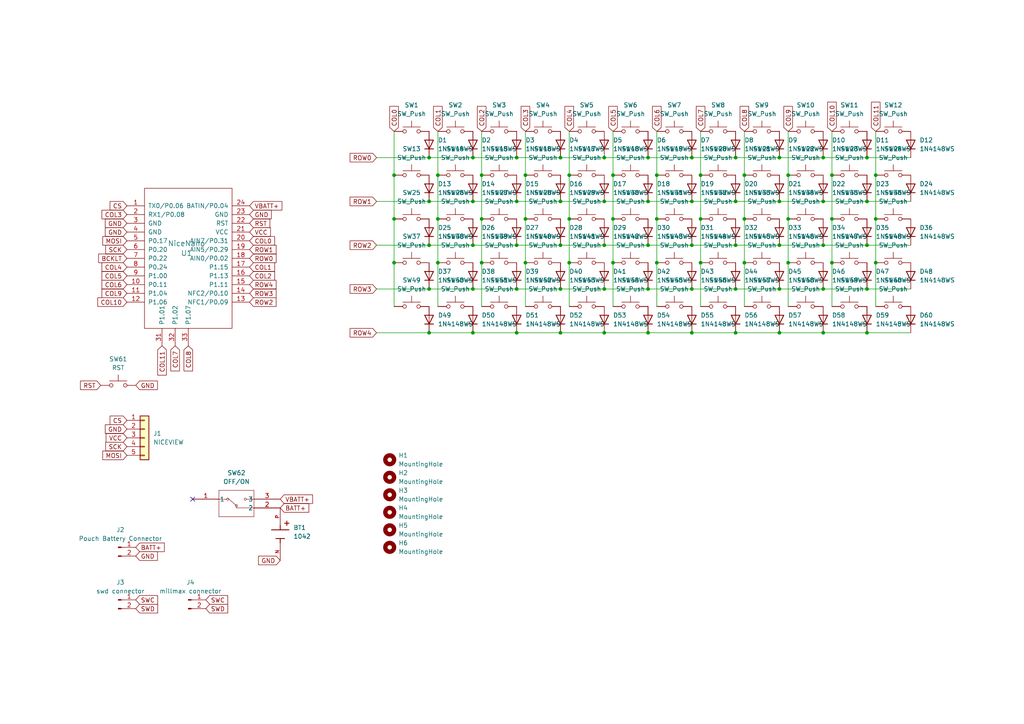
<source format=kicad_sch>
(kicad_sch (version 20250114) (generator "eeschema") (generator_version "9.0")
  (paper "A4")
  (junction (at 215.9 76.2))
  (junction (at 200.66 58.42))
  (junction (at 440.69 113.03))
  (junction (at 175.26 58.42))
  (junction (at 149.86 96.52))
  (junction (at 213.36 83.82))
  (junction (at 238.76 58.42))
  (junction (at 149.86 71.12))
  (junction (at 410.21 113.03))
  (junction (at 364.49 67.31))
  (junction (at 177.8 63.5))
  (junction (at 137.16 58.42))
  (junction (at 318.77 67.31))
  (junction (at 215.9 63.5))
  (junction (at 471.17 45.72))
  (junction (at 410.21 90.17))
  (junction (at 124.46 96.52))
  (junction (at 127 76.2))
  (junction (at 152.4 50.8))
  (junction (at 364.49 40.64))
  (junction (at 200.66 96.52))
  (junction (at 349.25 90.17))
  (junction (at 364.49 60.96))
  (junction (at 471.17 67.31))
  (junction (at 152.4 63.5))
  (junction (at 455.93 113.03))
  (junction (at 238.76 71.12))
  (junction (at 364.49 128.27))
  (junction (at 226.06 83.82))
  (junction (at 425.45 128.27))
  (junction (at 364.49 113.03))
  (junction (at 213.36 96.52))
  (junction (at 238.76 45.72))
  (junction (at 187.96 58.42))
  (junction (at 175.26 96.52))
  (junction (at 455.93 82.55))
  (junction (at 349.25 67.31))
  (junction (at 349.25 25.4))
  (junction (at 425.45 67.31))
  (junction (at 254 63.5))
  (junction (at 455.93 67.31))
  (junction (at 228.6 76.2))
  (junction (at 455.93 105.41))
  (junction (at 190.5 76.2))
  (junction (at 425.45 60.96))
  (junction (at 318.77 113.03))
  (junction (at 124.46 83.82))
  (junction (at 364.49 82.55))
  (junction (at 349.25 113.03))
  (junction (at 440.69 90.17))
  (junction (at 190.5 50.8))
  (junction (at 349.25 128.27))
  (junction (at 425.45 25.4))
  (junction (at 471.17 82.55))
  (junction (at 410.21 40.64))
  (junction (at 177.8 76.2))
  (junction (at 190.5 63.5))
  (junction (at 114.3 63.5))
  (junction (at 471.17 25.4))
  (junction (at 175.26 45.72))
  (junction (at 251.46 45.72))
  (junction (at 127 50.8))
  (junction (at 440.69 25.4))
  (junction (at 349.25 45.72))
  (junction (at 379.73 67.31))
  (junction (at 349.25 82.55))
  (junction (at 254 50.8))
  (junction (at 162.56 58.42))
  (junction (at 364.49 90.17))
  (junction (at 440.69 105.41))
  (junction (at 455.93 40.64))
  (junction (at 440.69 60.96))
  (junction (at 241.3 63.5))
  (junction (at 440.69 67.31))
  (junction (at 455.93 60.96))
  (junction (at 177.8 50.8))
  (junction (at 334.01 45.72))
  (junction (at 162.56 71.12))
  (junction (at 394.97 90.17))
  (junction (at 440.69 45.72))
  (junction (at 228.6 63.5))
  (junction (at 364.49 45.72))
  (junction (at 394.97 105.41))
  (junction (at 410.21 60.96))
  (junction (at 440.69 82.55))
  (junction (at 394.97 25.4))
  (junction (at 349.25 60.96))
  (junction (at 471.17 40.64))
  (junction (at 425.45 113.03))
  (junction (at 137.16 45.72))
  (junction (at 486.41 45.72))
  (junction (at 334.01 128.27))
  (junction (at 334.01 60.96))
  (junction (at 410.21 82.55))
  (junction (at 455.93 25.4))
  (junction (at 226.06 58.42))
  (junction (at 486.41 60.96))
  (junction (at 226.06 96.52))
  (junction (at 200.66 45.72))
  (junction (at 139.7 50.8))
  (junction (at 162.56 83.82))
  (junction (at 334.01 105.41))
  (junction (at 425.45 45.72))
  (junction (at 124.46 45.72))
  (junction (at 200.66 83.82))
  (junction (at 228.6 50.8))
  (junction (at 213.36 71.12))
  (junction (at 124.46 58.42))
  (junction (at 440.69 40.64))
  (junction (at 425.45 90.17))
  (junction (at 455.93 45.72))
  (junction (at 410.21 25.4))
  (junction (at 318.77 128.27))
  (junction (at 165.1 50.8))
  (junction (at 187.96 71.12))
  (junction (at 139.7 63.5))
  (junction (at 238.76 96.52))
  (junction (at 364.49 105.41))
  (junction (at 379.73 105.41))
  (junction (at 455.93 90.17))
  (junction (at 334.01 82.55))
  (junction (at 200.66 71.12))
  (junction (at 251.46 58.42))
  (junction (at 175.26 71.12))
  (junction (at 137.16 96.52))
  (junction (at 251.46 71.12))
  (junction (at 241.3 76.2))
  (junction (at 486.41 90.17))
  (junction (at 162.56 45.72))
  (junction (at 149.86 45.72))
  (junction (at 318.77 40.64))
  (junction (at 394.97 40.64))
  (junction (at 425.45 105.41))
  (junction (at 149.86 58.42))
  (junction (at 203.2 50.8))
  (junction (at 137.16 71.12))
  (junction (at 124.46 71.12))
  (junction (at 394.97 82.55))
  (junction (at 251.46 83.82))
  (junction (at 165.1 76.2))
  (junction (at 410.21 105.41))
  (junction (at 114.3 76.2))
  (junction (at 334.01 113.03))
  (junction (at 379.73 25.4))
  (junction (at 226.06 45.72))
  (junction (at 187.96 83.82))
  (junction (at 455.93 128.27))
  (junction (at 334.01 90.17))
  (junction (at 379.73 90.17))
  (junction (at 394.97 67.31))
  (junction (at 394.97 45.72))
  (junction (at 410.21 67.31))
  (junction (at 425.45 82.55))
  (junction (at 127 63.5))
  (junction (at 203.2 76.2))
  (junction (at 149.86 83.82))
  (junction (at 471.17 105.41))
  (junction (at 215.9 50.8))
  (junction (at 152.4 76.2))
  (junction (at 410.21 45.72))
  (junction (at 394.97 60.96))
  (junction (at 410.21 128.27))
  (junction (at 187.96 96.52))
  (junction (at 471.17 60.96))
  (junction (at 318.77 25.4))
  (junction (at 471.17 113.03))
  (junction (at 394.97 113.03))
  (junction (at 334.01 25.4))
  (junction (at 213.36 58.42))
  (junction (at 379.73 40.64))
  (junction (at 187.96 45.72))
  (junction (at 394.97 128.27))
  (junction (at 251.46 96.52))
  (junction (at 364.49 25.4))
  (junction (at 379.73 82.55))
  (junction (at 471.17 128.27))
  (junction (at 379.73 60.96))
  (junction (at 379.73 128.27))
  (junction (at 165.1 63.5))
  (junction (at 334.01 67.31))
  (junction (at 471.17 90.17))
  (junction (at 175.26 83.82))
  (junction (at 318.77 82.55))
  (junction (at 114.3 50.8))
  (junction (at 241.3 50.8))
  (junction (at 213.36 45.72))
  (junction (at 203.2 63.5))
  (junction (at 425.45 40.64))
  (junction (at 238.76 83.82))
  (junction (at 162.56 96.52))
  (junction (at 334.01 40.64))
  (junction (at 379.73 113.03))
  (junction (at 226.06 71.12))
  (junction (at 139.7 76.2))
  (junction (at 254 76.2))
  (junction (at 486.41 105.41))
  (junction (at 349.25 40.64))
  (junction (at 440.69 128.27))
  (junction (at 349.25 105.41))
  (junction (at 137.16 83.82))
  (junction (at 379.73 45.72))
  (no_connect (at 55.88 144.78))
  (wire (pts (xy 379.73 128.27) (xy 394.97 128.27)))
  (wire (pts (xy 200.66 96.52) (xy 213.36 96.52)))
  (wire (pts (xy 187.96 58.42) (xy 200.66 58.42)))
  (wire (pts (xy 203.2 76.2) (xy 203.2 88.9)))
  (wire (pts (xy 379.73 60.96) (xy 364.49 60.96)))
  (wire (pts (xy 203.2 63.5) (xy 203.2 76.2)))
  (wire (pts (xy 440.69 25.4) (xy 455.93 25.4)))
  (wire (pts (xy 394.97 90.17) (xy 379.73 90.17)))
  (wire (pts (xy 137.16 96.52) (xy 149.86 96.52)))
  (wire (pts (xy 251.46 58.42) (xy 264.16 58.42)))
  (wire (pts (xy 425.45 40.64) (xy 440.69 40.64)))
  (wire (pts (xy 349.25 90.17) (xy 334.01 90.17)))
  (wire (pts (xy 455.93 67.31) (xy 471.17 67.31)))
  (wire (pts (xy 213.36 71.12) (xy 226.06 71.12)))
  (wire (pts (xy 127 50.8) (xy 127 63.5)))
  (wire (pts (xy 213.36 58.42) (xy 226.06 58.42)))
  (wire (pts (xy 471.17 60.96) (xy 455.93 60.96)))
  (wire (pts (xy 215.9 76.2) (xy 215.9 88.9)))
  (wire (pts (xy 114.3 76.2) (xy 114.3 88.9)))
  (wire (pts (xy 379.73 105.41) (xy 364.49 105.41)))
  (wire (pts (xy 349.25 67.31) (xy 364.49 67.31)))
  (wire (pts (xy 190.5 38.1) (xy 190.5 50.8)))
  (wire (pts (xy 165.1 38.1) (xy 165.1 50.8)))
  (wire (pts (xy 137.16 45.72) (xy 149.86 45.72)))
  (wire (pts (xy 162.56 58.42) (xy 175.26 58.42)))
  (wire (pts (xy 455.93 40.64) (xy 471.17 40.64)))
  (wire (pts (xy 177.8 38.1) (xy 177.8 50.8)))
  (wire (pts (xy 471.17 45.72) (xy 455.93 45.72)))
  (wire (pts (xy 152.4 76.2) (xy 152.4 88.9)))
  (wire (pts (xy 455.93 60.96) (xy 440.69 60.96)))
  (wire (pts (xy 410.21 25.4) (xy 425.45 25.4)))
  (wire (pts (xy 455.93 113.03) (xy 471.17 113.03)))
  (wire (pts (xy 149.86 96.52) (xy 162.56 96.52)))
  (wire (pts (xy 215.9 38.1) (xy 215.9 50.8)))
  (wire (pts (xy 394.97 25.4) (xy 410.21 25.4)))
  (wire (pts (xy 455.93 25.4) (xy 471.17 25.4)))
  (wire (pts (xy 251.46 45.72) (xy 264.16 45.72)))
  (wire (pts (xy 238.76 58.42) (xy 251.46 58.42)))
  (wire (pts (xy 440.69 40.64) (xy 455.93 40.64)))
  (wire (pts (xy 309.88 40.64) (xy 318.77 40.64)))
  (wire (pts (xy 394.97 128.27) (xy 410.21 128.27)))
  (wire (pts (xy 228.6 50.8) (xy 228.6 63.5)))
  (wire (pts (xy 379.73 67.31) (xy 394.97 67.31)))
  (wire (pts (xy 364.49 40.64) (xy 379.73 40.64)))
  (wire (pts (xy 149.86 58.42) (xy 162.56 58.42)))
  (wire (pts (xy 152.4 38.1) (xy 152.4 50.8)))
  (wire (pts (xy 162.56 96.52) (xy 175.26 96.52)))
  (wire (pts (xy 495.3 105.41) (xy 486.41 105.41)))
  (wire (pts (xy 226.06 96.52) (xy 238.76 96.52)))
  (wire (pts (xy 215.9 63.5) (xy 215.9 76.2)))
  (wire (pts (xy 175.26 96.52) (xy 187.96 96.52)))
  (wire (pts (xy 124.46 71.12) (xy 137.16 71.12)))
  (wire (pts (xy 251.46 83.82) (xy 264.16 83.82)))
  (wire (pts (xy 254 38.1) (xy 254 50.8)))
  (wire (pts (xy 471.17 25.4) (xy 486.41 25.4)))
  (wire (pts (xy 379.73 45.72) (xy 364.49 45.72)))
  (wire (pts (xy 213.36 83.82) (xy 226.06 83.82)))
  (wire (pts (xy 334.01 105.41) (xy 318.77 105.41)))
  (wire (pts (xy 410.21 105.41) (xy 394.97 105.41)))
  (wire (pts (xy 364.49 128.27) (xy 379.73 128.27)))
  (wire (pts (xy 200.66 58.42) (xy 213.36 58.42)))
  (wire (pts (xy 114.3 63.5) (xy 114.3 76.2)))
  (wire (pts (xy 394.97 82.55) (xy 410.21 82.55)))
  (wire (pts (xy 149.86 45.72) (xy 162.56 45.72)))
  (wire (pts (xy 334.01 128.27) (xy 349.25 128.27)))
  (wire (pts (xy 127 63.5) (xy 127 76.2)))
  (wire (pts (xy 190.5 50.8) (xy 190.5 63.5)))
  (wire (pts (xy 187.96 96.52) (xy 200.66 96.52)))
  (wire (pts (xy 410.21 60.96) (xy 394.97 60.96)))
  (wire (pts (xy 241.3 76.2) (xy 241.3 88.9)))
  (wire (pts (xy 190.5 76.2) (xy 190.5 88.9)))
  (wire (pts (xy 254 50.8) (xy 254 63.5)))
  (wire (pts (xy 440.69 113.03) (xy 455.93 113.03)))
  (wire (pts (xy 471.17 67.31) (xy 486.41 67.31)))
  (wire (pts (xy 254 63.5) (xy 254 76.2)))
  (wire (pts (xy 165.1 76.2) (xy 165.1 88.9)))
  (wire (pts (xy 251.46 96.52) (xy 264.16 96.52)))
  (wire (pts (xy 471.17 105.41) (xy 455.93 105.41)))
  (wire (pts (xy 364.49 82.55) (xy 379.73 82.55)))
  (wire (pts (xy 175.26 58.42) (xy 187.96 58.42)))
  (wire (pts (xy 149.86 83.82) (xy 162.56 83.82)))
  (wire (pts (xy 149.86 71.12) (xy 162.56 71.12)))
  (wire (pts (xy 364.49 45.72) (xy 349.25 45.72)))
  (wire (pts (xy 471.17 113.03) (xy 486.41 113.03)))
  (wire (pts (xy 379.73 113.03) (xy 394.97 113.03)))
  (wire (pts (xy 494.03 74.93) (xy 494.03 97.79)))
  (wire (pts (xy 486.41 60.96) (xy 471.17 60.96)))
  (wire (pts (xy 175.26 71.12) (xy 187.96 71.12)))
  (wire (pts (xy 311.15 97.79) (xy 311.15 120.65)))
  (wire (pts (xy 228.6 76.2) (xy 228.6 88.9)))
  (wire (pts (xy 425.45 25.4) (xy 440.69 25.4)))
  (wire (pts (xy 203.2 38.1) (xy 203.2 50.8)))
  (wire (pts (xy 124.46 58.42) (xy 137.16 58.42)))
  (wire (pts (xy 486.41 45.72) (xy 471.17 45.72)))
  (wire (pts (xy 455.93 82.55) (xy 471.17 82.55)))
  (wire (pts (xy 455.93 105.41) (xy 440.69 105.41)))
  (wire (pts (xy 440.69 128.27) (xy 455.93 128.27)))
  (wire (pts (xy 309.88 82.55) (xy 318.77 82.55)))
  (wire (pts (xy 364.49 67.31) (xy 379.73 67.31)))
  (wire (pts (xy 137.16 58.42) (xy 149.86 58.42)))
  (wire (pts (xy 394.97 67.31) (xy 410.21 67.31)))
  (wire (pts (xy 394.97 105.41) (xy 379.73 105.41)))
  (wire (pts (xy 471.17 40.64) (xy 486.41 40.64)))
  (wire (pts (xy 200.66 71.12) (xy 213.36 71.12)))
  (wire (pts (xy 109.22 58.42) (xy 124.46 58.42)))
  (wire (pts (xy 394.97 45.72) (xy 379.73 45.72)))
  (wire (pts (xy 109.22 83.82) (xy 124.46 83.82)))
  (wire (pts (xy 455.93 90.17) (xy 440.69 90.17)))
  (wire (pts (xy 137.16 83.82) (xy 149.86 83.82)))
  (wire (pts (xy 241.3 38.1) (xy 241.3 50.8)))
  (wire (pts (xy 318.77 82.55) (xy 334.01 82.55)))
  (wire (pts (xy 124.46 45.72) (xy 137.16 45.72)))
  (wire (pts (xy 334.01 67.31) (xy 349.25 67.31)))
  (wire (pts (xy 379.73 25.4) (xy 394.97 25.4)))
  (wire (pts (xy 203.2 50.8) (xy 203.2 63.5)))
  (wire (pts (xy 124.46 96.52) (xy 137.16 96.52)))
  (wire (pts (xy 364.49 60.96) (xy 349.25 60.96)))
  (wire (pts (xy 114.3 38.1) (xy 114.3 50.8)))
  (wire (pts (xy 455.93 128.27) (xy 471.17 128.27)))
  (wire (pts (xy 152.4 63.5) (xy 152.4 76.2)))
  (wire (pts (xy 311.15 53.34) (xy 311.15 74.93)))
  (wire (pts (xy 127 38.1) (xy 127 50.8)))
  (wire (pts (xy 440.69 45.72) (xy 425.45 45.72)))
  (wire (pts (xy 139.7 50.8) (xy 139.7 63.5)))
  (wire (pts (xy 425.45 82.55) (xy 440.69 82.55)))
  (wire (pts (xy 495.3 60.96) (xy 486.41 60.96)))
  (wire (pts (xy 334.01 25.4) (xy 349.25 25.4)))
  (wire (pts (xy 334.01 90.17) (xy 318.77 90.17)))
  (wire (pts (xy 486.41 105.41) (xy 471.17 105.41)))
  (wire (pts (xy 410.21 82.55) (xy 425.45 82.55)))
  (wire (pts (xy 139.7 76.2) (xy 139.7 88.9)))
  (wire (pts (xy 238.76 71.12) (xy 251.46 71.12)))
  (wire (pts (xy 238.76 83.82) (xy 251.46 83.82)))
  (wire (pts (xy 309.88 25.4) (xy 318.77 25.4)))
  (wire (pts (xy 114.3 50.8) (xy 114.3 63.5)))
  (wire (pts (xy 425.45 60.96) (xy 410.21 60.96)))
  (wire (pts (xy 200.66 45.72) (xy 213.36 45.72)))
  (wire (pts (xy 318.77 113.03) (xy 334.01 113.03)))
  (wire (pts (xy 349.25 128.27) (xy 364.49 128.27)))
  (wire (pts (xy 349.25 113.03) (xy 364.49 113.03)))
  (wire (pts (xy 440.69 105.41) (xy 425.45 105.41)))
  (wire (pts (xy 425.45 113.03) (xy 440.69 113.03)))
  (wire (pts (xy 410.21 67.31) (xy 425.45 67.31)))
  (wire (pts (xy 139.7 38.1) (xy 139.7 50.8)))
  (wire (pts (xy 228.6 63.5) (xy 228.6 76.2)))
  (wire (pts (xy 175.26 45.72) (xy 187.96 45.72)))
  (wire (pts (xy 440.69 82.55) (xy 455.93 82.55)))
  (wire (pts (xy 228.6 38.1) (xy 228.6 50.8)))
  (wire (pts (xy 137.16 71.12) (xy 149.86 71.12)))
  (wire (pts (xy 309.88 67.31) (xy 318.77 67.31)))
  (wire (pts (xy 175.26 83.82) (xy 187.96 83.82)))
  (wire (pts (xy 410.21 45.72) (xy 394.97 45.72)))
  (wire (pts (xy 349.25 25.4) (xy 364.49 25.4)))
  (wire (pts (xy 187.96 83.82) (xy 200.66 83.82)))
  (wire (pts (xy 349.25 105.41) (xy 334.01 105.41)))
  (wire (pts (xy 187.96 71.12) (xy 200.66 71.12)))
  (wire (pts (xy 394.97 60.96) (xy 379.73 60.96)))
  (wire (pts (xy 495.3 90.17) (xy 486.41 90.17)))
  (wire (pts (xy 394.97 40.64) (xy 410.21 40.64)))
  (wire (pts (xy 394.97 113.03) (xy 410.21 113.03)))
  (wire (pts (xy 495.3 45.72) (xy 486.41 45.72)))
  (wire (pts (xy 177.8 50.8) (xy 177.8 63.5)))
  (wire (pts (xy 152.4 50.8) (xy 152.4 63.5)))
  (wire (pts (xy 318.77 25.4) (xy 334.01 25.4)))
  (wire (pts (xy 364.49 105.41) (xy 349.25 105.41)))
  (wire (pts (xy 349.25 45.72) (xy 334.01 45.72)))
  (wire (pts (xy 364.49 25.4) (xy 379.73 25.4)))
  (wire (pts (xy 162.56 45.72) (xy 175.26 45.72)))
  (wire (pts (xy 238.76 96.52) (xy 251.46 96.52)))
  (wire (pts (xy 226.06 83.82) (xy 238.76 83.82)))
  (wire (pts (xy 425.45 105.41) (xy 410.21 105.41)))
  (wire (pts (xy 177.8 63.5) (xy 177.8 76.2)))
  (wire (pts (xy 334.01 82.55) (xy 349.25 82.55)))
  (wire (pts (xy 251.46 71.12) (xy 264.16 71.12)))
  (wire (pts (xy 165.1 63.5) (xy 165.1 76.2)))
  (wire (pts (xy 410.21 113.03) (xy 425.45 113.03)))
  (wire (pts (xy 187.96 45.72) (xy 200.66 45.72)))
  (wire (pts (xy 410.21 40.64) (xy 425.45 40.64)))
  (wire (pts (xy 165.1 50.8) (xy 165.1 63.5)))
  (wire (pts (xy 241.3 50.8) (xy 241.3 63.5)))
  (wire (pts (xy 334.01 60.96) (xy 318.77 60.96)))
  (wire (pts (xy 162.56 83.82) (xy 175.26 83.82)))
  (wire (pts (xy 318.77 128.27) (xy 334.01 128.27)))
  (wire (pts (xy 309.88 113.03) (xy 318.77 113.03)))
  (wire (pts (xy 334.01 40.64) (xy 349.25 40.64)))
  (wire (pts (xy 349.25 82.55) (xy 364.49 82.55)))
  (wire (pts (xy 364.49 90.17) (xy 349.25 90.17)))
  (wire (pts (xy 318.77 40.64) (xy 334.01 40.64)))
  (wire (pts (xy 226.06 71.12) (xy 238.76 71.12)))
  (wire (pts (xy 226.06 45.72) (xy 238.76 45.72)))
  (wire (pts (xy 471.17 128.27) (xy 486.41 128.27)))
  (wire (pts (xy 190.5 63.5) (xy 190.5 76.2)))
  (wire (pts (xy 440.69 90.17) (xy 425.45 90.17)))
  (wire (pts (xy 334.01 113.03) (xy 349.25 113.03)))
  (wire (pts (xy 109.22 45.72) (xy 124.46 45.72)))
  (wire (pts (xy 425.45 67.31) (xy 440.69 67.31)))
  (wire (pts (xy 162.56 71.12) (xy 175.26 71.12)))
  (wire (pts (xy 238.76 45.72) (xy 251.46 45.72)))
  (wire (pts (xy 425.45 90.17) (xy 410.21 90.17)))
  (wire (pts (xy 379.73 90.17) (xy 364.49 90.17)))
  (wire (pts (xy 455.93 45.72) (xy 440.69 45.72)))
  (wire (pts (xy 471.17 90.17) (xy 455.93 90.17)))
  (wire (pts (xy 334.01 45.72) (xy 318.77 45.72)))
  (wire (pts (xy 425.45 128.27) (xy 440.69 128.27)))
  (wire (pts (xy 349.25 60.96) (xy 334.01 60.96)))
  (wire (pts (xy 349.25 40.64) (xy 364.49 40.64)))
  (wire (pts (xy 309.88 128.27) (xy 318.77 128.27)))
  (wire (pts (xy 109.22 96.52) (xy 124.46 96.52)))
  (wire (pts (xy 440.69 67.31) (xy 455.93 67.31)))
  (wire (pts (xy 127 76.2) (xy 127 88.9)))
  (wire (pts (xy 471.17 82.55) (xy 486.41 82.55)))
  (wire (pts (xy 213.36 45.72) (xy 226.06 45.72)))
  (wire (pts (xy 318.77 67.31) (xy 334.01 67.31)))
  (wire (pts (xy 177.8 76.2) (xy 177.8 88.9)))
  (wire (pts (xy 379.73 82.55) (xy 394.97 82.55)))
  (wire (pts (xy 226.06 58.42) (xy 238.76 58.42)))
  (wire (pts (xy 139.7 63.5) (xy 139.7 76.2)))
  (wire (pts (xy 109.22 71.12) (xy 124.46 71.12)))
  (wire (pts (xy 213.36 96.52) (xy 226.06 96.52)))
  (wire (pts (xy 200.66 83.82) (xy 213.36 83.82)))
  (wire (pts (xy 494.03 33.02) (xy 494.03 53.34)))
  (wire (pts (xy 379.73 40.64) (xy 394.97 40.64)))
  (wire (pts (xy 254 76.2) (xy 254 88.9)))
  (wire (pts (xy 410.21 90.17) (xy 394.97 90.17)))
  (wire (pts (xy 440.69 60.96) (xy 425.45 60.96)))
  (wire (pts (xy 215.9 50.8) (xy 215.9 63.5)))
  (wire (pts (xy 410.21 128.27) (xy 425.45 128.27)))
  (wire (pts (xy 364.49 113.03) (xy 379.73 113.03)))
  (wire (pts (xy 486.41 90.17) (xy 471.17 90.17)))
  (wire (pts (xy 425.45 45.72) (xy 410.21 45.72)))
  (wire (pts (xy 241.3 63.5) (xy 241.3 76.2)))
  (wire (pts (xy 124.46 83.82) (xy 137.16 83.82)))
  (global_label "COL10" (shape input) (at 36.83 87.63 180) (property "Intersheetrefs" "${INTERSHEET_REFS}" (effects (hide yes))))
  (global_label "GND" (shape input) (at 39.37 161.29 0) (property "Intersheetrefs" "${INTERSHEET_REFS}" (effects (hide yes))))
  (global_label "COL8" (shape input) (at 54.61 100.33 270) (property "Intersheetrefs" "${INTERSHEET_REFS}" (effects (hide yes))))
  (global_label "GND" (shape input) (at 36.83 64.77 180) (property "Intersheetrefs" "${INTERSHEET_REFS}" (effects (hide yes))))
  (global_label "ROW3" (shape input) (at 72.39 85.09 0) (property "Intersheetrefs" "${INTERSHEET_REFS}" (effects (hide yes))))
  (global_label "GND" (shape input) (at 495.3 60.96 0) (property "Intersheetrefs" "${INTERSHEET_REFS}" (effects (hide yes))))
  (global_label "COL4" (shape input) (at 36.83 77.47 180) (property "Intersheetrefs" "${INTERSHEET_REFS}" (effects (hide yes))))
  (global_label "VCC" (shape input) (at 309.88 40.64 180) (property "Intersheetrefs" "${INTERSHEET_REFS}" (effects (hide yes))))
  (global_label "ROW2" (shape input) (at 109.22 71.12 180) (property "Intersheetrefs" "${INTERSHEET_REFS}" (effects (hide yes))))
  (global_label "BCKLT" (shape input) (at 311.15 33.02 180) (property "Intersheetrefs" "${INTERSHEET_REFS}" (effects (hide yes))))
  (global_label "SWC" (shape input) (at 59.69 173.99 0) (property "Intersheetrefs" "${INTERSHEET_REFS}" (effects (hide yes))))
  (global_label "RST" (shape input) (at 29.21 111.76 180) (property "Intersheetrefs" "${INTERSHEET_REFS}" (effects (hide yes))))
  (global_label "BATT+" (shape input) (at 39.37 158.75 0) (property "Intersheetrefs" "${INTERSHEET_REFS}" (effects (hide yes))))
  (global_label "COL5" (shape input) (at 36.83 80.01 180) (property "Intersheetrefs" "${INTERSHEET_REFS}" (effects (hide yes))))
  (global_label "ROW4" (shape input) (at 109.22 96.52 180) (property "Intersheetrefs" "${INTERSHEET_REFS}" (effects (hide yes))))
  (global_label "ROW0" (shape input) (at 109.22 45.72 180) (property "Intersheetrefs" "${INTERSHEET_REFS}" (effects (hide yes))))
  (global_label "COL5" (shape input) (at 177.8 38.1 90) (property "Intersheetrefs" "${INTERSHEET_REFS}" (effects (hide yes))))
  (global_label "VCC" (shape input) (at 495.3 90.17 0) (property "Intersheetrefs" "${INTERSHEET_REFS}" (effects (hide yes))))
  (global_label "VBATT+" (shape input) (at 81.28 144.78 0) (property "Intersheetrefs" "${INTERSHEET_REFS}" (effects (hide yes))))
  (global_label "VCC" (shape input) (at 36.83 127 180) (property "Intersheetrefs" "${INTERSHEET_REFS}" (effects (hide yes))))
  (global_label "COL2" (shape input) (at 72.39 80.01 0) (property "Intersheetrefs" "${INTERSHEET_REFS}" (effects (hide yes))))
  (global_label "CS" (shape input) (at 36.83 59.69 180) (property "Intersheetrefs" "${INTERSHEET_REFS}" (effects (hide yes))))
  (global_label "ROW2" (shape input) (at 72.39 87.63 0) (property "Intersheetrefs" "${INTERSHEET_REFS}" (effects (hide yes))))
  (global_label "COL2" (shape input) (at 139.7 38.1 90) (property "Intersheetrefs" "${INTERSHEET_REFS}" (effects (hide yes))))
  (global_label "SWC" (shape input) (at 39.37 173.99 0) (property "Intersheetrefs" "${INTERSHEET_REFS}" (effects (hide yes))))
  (global_label "COL11" (shape input) (at 254 38.1 90) (property "Intersheetrefs" "${INTERSHEET_REFS}" (effects (hide yes))))
  (global_label "COL9" (shape input) (at 36.83 85.09 180) (property "Intersheetrefs" "${INTERSHEET_REFS}" (effects (hide yes))))
  (global_label "COL0" (shape input) (at 72.39 69.85 0) (property "Intersheetrefs" "${INTERSHEET_REFS}" (effects (hide yes))))
  (global_label "GND" (shape input) (at 81.28 162.56 180) (property "Intersheetrefs" "${INTERSHEET_REFS}" (effects (hide yes))))
  (global_label "CS" (shape input) (at 36.83 121.92 180) (property "Intersheetrefs" "${INTERSHEET_REFS}" (effects (hide yes))))
  (global_label "SCK" (shape input) (at 36.83 72.39 180) (property "Intersheetrefs" "${INTERSHEET_REFS}" (effects (hide yes))))
  (global_label "MOSI" (shape input) (at 36.83 69.85 180) (property "Intersheetrefs" "${INTERSHEET_REFS}" (effects (hide yes))))
  (global_label "COL4" (shape input) (at 165.1 38.1 90) (property "Intersheetrefs" "${INTERSHEET_REFS}" (effects (hide yes))))
  (global_label "COL1" (shape input) (at 72.39 77.47 0) (property "Intersheetrefs" "${INTERSHEET_REFS}" (effects (hide yes))))
  (global_label "COL6" (shape input) (at 36.83 82.55 180) (property "Intersheetrefs" "${INTERSHEET_REFS}" (effects (hide yes))))
  (global_label "COL7" (shape input) (at 50.8 100.33 270) (property "Intersheetrefs" "${INTERSHEET_REFS}" (effects (hide yes))))
  (global_label "VBATT+" (shape input) (at 72.39 59.69 0) (property "Intersheetrefs" "${INTERSHEET_REFS}" (effects (hide yes))))
  (global_label "VCC" (shape input) (at 72.39 67.31 0) (property "Intersheetrefs" "${INTERSHEET_REFS}" (effects (hide yes))))
  (global_label "COL1" (shape input) (at 127 38.1 90) (property "Intersheetrefs" "${INTERSHEET_REFS}" (effects (hide yes))))
  (global_label "GND" (shape input) (at 36.83 67.31 180) (property "Intersheetrefs" "${INTERSHEET_REFS}" (effects (hide yes))))
  (global_label "COL0" (shape input) (at 114.3 38.1 90) (property "Intersheetrefs" "${INTERSHEET_REFS}" (effects (hide yes))))
  (global_label "GND" (shape input) (at 309.88 113.03 180) (property "Intersheetrefs" "${INTERSHEET_REFS}" (effects (hide yes))))
  (global_label "GND" (shape input) (at 36.83 124.46 180) (property "Intersheetrefs" "${INTERSHEET_REFS}" (effects (hide yes))))
  (global_label "COL8" (shape input) (at 215.9 38.1 90) (property "Intersheetrefs" "${INTERSHEET_REFS}" (effects (hide yes))))
  (global_label "VCC" (shape input) (at 309.88 128.27 180) (property "Intersheetrefs" "${INTERSHEET_REFS}" (effects (hide yes))))
  (global_label "COL3" (shape input) (at 152.4 38.1 90) (property "Intersheetrefs" "${INTERSHEET_REFS}" (effects (hide yes))))
  (global_label "ROW1" (shape input) (at 72.39 72.39 0) (property "Intersheetrefs" "${INTERSHEET_REFS}" (effects (hide yes))))
  (global_label "GND" (shape input) (at 309.88 25.4 180) (property "Intersheetrefs" "${INTERSHEET_REFS}" (effects (hide yes))))
  (global_label "ROW1" (shape input) (at 109.22 58.42 180) (property "Intersheetrefs" "${INTERSHEET_REFS}" (effects (hide yes))))
  (global_label "SWD" (shape input) (at 59.69 176.53 0) (property "Intersheetrefs" "${INTERSHEET_REFS}" (effects (hide yes))))
  (global_label "RST" (shape input) (at 72.39 64.77 0) (property "Intersheetrefs" "${INTERSHEET_REFS}" (effects (hide yes))))
  (global_label "ROW4" (shape input) (at 72.39 82.55 0) (property "Intersheetrefs" "${INTERSHEET_REFS}" (effects (hide yes))))
  (global_label "GND" (shape input) (at 309.88 67.31 180) (property "Intersheetrefs" "${INTERSHEET_REFS}" (effects (hide yes))))
  (global_label "GND" (shape input) (at 495.3 105.41 0) (property "Intersheetrefs" "${INTERSHEET_REFS}" (effects (hide yes))))
  (global_label "ROW3" (shape input) (at 109.22 83.82 180) (property "Intersheetrefs" "${INTERSHEET_REFS}" (effects (hide yes))))
  (global_label "COL9" (shape input) (at 228.6 38.1 90) (property "Intersheetrefs" "${INTERSHEET_REFS}" (effects (hide yes))))
  (global_label "MOSI" (shape input) (at 36.83 132.08 180) (property "Intersheetrefs" "${INTERSHEET_REFS}" (effects (hide yes))))
  (global_label "GND" (shape input) (at 72.39 62.23 0) (property "Intersheetrefs" "${INTERSHEET_REFS}" (effects (hide yes))))
  (global_label "ROW0" (shape input) (at 72.39 74.93 0) (property "Intersheetrefs" "${INTERSHEET_REFS}" (effects (hide yes))))
  (global_label "VCC" (shape input) (at 495.3 45.72 0) (property "Intersheetrefs" "${INTERSHEET_REFS}" (effects (hide yes))))
  (global_label "COL3" (shape input) (at 36.83 62.23 180) (property "Intersheetrefs" "${INTERSHEET_REFS}" (effects (hide yes))))
  (global_label "GND" (shape input) (at 39.37 111.76 0) (property "Intersheetrefs" "${INTERSHEET_REFS}" (effects (hide yes))))
  (global_label "VCC" (shape input) (at 309.88 82.55 180) (property "Intersheetrefs" "${INTERSHEET_REFS}" (effects (hide yes))))
  (global_label "COL11" (shape input) (at 46.99 100.33 270) (property "Intersheetrefs" "${INTERSHEET_REFS}" (effects (hide yes))))
  (global_label "SCK" (shape input) (at 36.83 129.54 180) (property "Intersheetrefs" "${INTERSHEET_REFS}" (effects (hide yes))))
  (global_label "COL7" (shape input) (at 203.2 38.1 90) (property "Intersheetrefs" "${INTERSHEET_REFS}" (effects (hide yes))))
  (global_label "BATT+" (shape input) (at 81.28 147.32 0) (property "Intersheetrefs" "${INTERSHEET_REFS}" (effects (hide yes))))
  (global_label "BCKLT" (shape input) (at 36.83 74.93 180) (property "Intersheetrefs" "${INTERSHEET_REFS}" (effects (hide yes))))
  (global_label "COL10" (shape input) (at 241.3 38.1 90) (property "Intersheetrefs" "${INTERSHEET_REFS}" (effects (hide yes))))
  (global_label "SWD" (shape input) (at 39.37 176.53 0) (property "Intersheetrefs" "${INTERSHEET_REFS}" (effects (hide yes))))
  (global_label "COL6" (shape input) (at 190.5 38.1 90) (property "Intersheetrefs" "${INTERSHEET_REFS}" (effects (hide yes))))
  (symbol (lib_id "Switch:SW_Push") (at 144.78 63.5 0) (unit 1)
    (property "Reference" "SW27" (at 144.78 55.88 0))
    (property "Value" "SW_Push" (at 144.78 58.42 0))
    (property "Footprint" "MX_Hotswap:MX-Hotswap-1U" (effects (hide yes)))
    (property "Description" "Push button switch, generic, two pins" (effects (hide yes)))
  )
  (symbol (lib_id "LED:WS2812B") (at 334.01 33.02 0) (unit 1)
    (property "Reference" "D62" (at 345.44 26.5998 0))
    (property "Value" "WS2812B" (at 345.44 29.1398 0))
    (property "Footprint" "LED_SMD:LED_WS2812B_PLCC4_5.0x5.0mm_P3.2mm" (effects (hide yes)))
    (property "Datasheet" "https://cdn-shop.adafruit.com/datasheets/WS2812B.pdf" (effects (hide yes)))
    (property "Description" "RGB LED with integrated controller" (effects (hide yes)))
  )
  (symbol (lib_id "Switch:SW_Push") (at 157.48 76.2 0) (unit 1)
    (property "Reference" "SW40" (at 157.48 68.58 0))
    (property "Value" "SW_Push" (at 157.48 71.12 0))
    (property "Footprint" "MX_Hotswap:MX-Hotswap-1U" (effects (hide yes)))
    (property "Description" "Push button switch, generic, two pins" (effects (hide yes)))
  )
  (symbol (lib_id "Diode:1N4148WS") (at 175.26 54.61 90) (unit 1)
    (property "Reference" "D17" (at 177.8 53.3399 90) (effects (justify right)))
    (property "Value" "1N4148WS" (at 177.8 55.8799 90) (effects (justify right)))
    (property "Footprint" "Diode_SMD:D_SOD-323" (effects (hide yes)))
    (property "Datasheet" "https://www.vishay.com/docs/85751/1n4148ws.pdf" (effects (hide yes)))
    (property "Description" "75V 0.15A Fast switching Diode, SOD-323" (effects (hide yes)))
    (property "Sim.Device" "D" (effects (hide yes)))
    (property "Sim.Pins" "1=K 2=A" (effects (hide yes)))
  )
  (symbol (lib_id "Switch:SW_Push") (at 208.28 63.5 0) (unit 1)
    (property "Reference" "SW32" (at 208.28 55.88 0))
    (property "Value" "SW_Push" (at 208.28 58.42 0))
    (property "Footprint" "MX_Hotswap:MX-Hotswap-1U" (effects (hide yes)))
    (property "Description" "Push button switch, generic, two pins" (effects (hide yes)))
  )
  (symbol (lib_id "Diode:1N4148WS") (at 226.06 92.71 90) (unit 1)
    (property "Reference" "D57" (at 228.6 91.4399 90) (effects (justify right)))
    (property "Value" "1N4148WS" (at 228.6 93.9799 90) (effects (justify right)))
    (property "Footprint" "Diode_SMD:D_SOD-323" (effects (hide yes)))
    (property "Datasheet" "https://www.vishay.com/docs/85751/1n4148ws.pdf" (effects (hide yes)))
    (property "Description" "75V 0.15A Fast switching Diode, SOD-323" (effects (hide yes)))
    (property "Sim.Device" "D" (effects (hide yes)))
    (property "Sim.Pins" "1=K 2=A" (effects (hide yes)))
  )
  (symbol (lib_id "Switch:SW_Push") (at 144.78 76.2 0) (unit 1)
    (property "Reference" "SW39" (at 144.78 68.58 0))
    (property "Value" "SW_Push" (at 144.78 71.12 0))
    (property "Footprint" "MX_Hotswap:MX-Hotswap-1U" (effects (hide yes)))
    (property "Description" "Push button switch, generic, two pins" (effects (hide yes)))
  )
  (symbol (lib_id "Diode:1N4148WS") (at 251.46 41.91 90) (unit 1)
    (property "Reference" "D11" (at 254 40.6399 90) (effects (justify right)))
    (property "Value" "1N4148WS" (at 254 43.1799 90) (effects (justify right)))
    (property "Footprint" "Diode_SMD:D_SOD-323" (effects (hide yes)))
    (property "Datasheet" "https://www.vishay.com/docs/85751/1n4148ws.pdf" (effects (hide yes)))
    (property "Description" "75V 0.15A Fast switching Diode, SOD-323" (effects (hide yes)))
    (property "Sim.Device" "D" (effects (hide yes)))
    (property "Sim.Pins" "1=K 2=A" (effects (hide yes)))
  )
  (symbol (lib_id "Switch:SW_Push") (at 119.38 88.9 0) (unit 1)
    (property "Reference" "SW49" (at 119.38 81.28 0))
    (property "Value" "SW_Push" (at 119.38 83.82 0))
    (property "Footprint" "MX_Hotswap:MX-Hotswap-1U" (effects (hide yes)))
    (property "Description" "Push button switch, generic, two pins" (effects (hide yes)))
  )
  (symbol (lib_id "Switch:SW_Push") (at 157.48 38.1 0) (unit 1)
    (property "Reference" "SW4" (at 157.48 30.48 0))
    (property "Value" "SW_Push" (at 157.48 33.02 0))
    (property "Footprint" "MX_Hotswap:MX-Hotswap-1U" (effects (hide yes)))
    (property "Description" "Push button switch, generic, two pins" (effects (hide yes)))
  )
  (symbol (lib_id "LED:WS2812B") (at 364.49 97.79 180) (unit 1)
    (property "Reference" "D100" (at 353.06 104.2102 0))
    (property "Value" "WS2812B" (at 353.06 101.6702 0))
    (property "Footprint" "LED_SMD:LED_WS2812B_PLCC4_5.0x5.0mm_P3.2mm" (effects (hide yes)))
    (property "Datasheet" "https://cdn-shop.adafruit.com/datasheets/WS2812B.pdf" (effects (hide yes)))
    (property "Description" "RGB LED with integrated controller" (effects (hide yes)))
  )
  (symbol (lib_id "LED:WS2812B") (at 379.73 97.79 180) (unit 1)
    (property "Reference" "D101" (at 368.3 104.2102 0))
    (property "Value" "WS2812B" (at 368.3 101.6702 0))
    (property "Footprint" "LED_SMD:LED_WS2812B_PLCC4_5.0x5.0mm_P3.2mm" (effects (hide yes)))
    (property "Datasheet" "https://cdn-shop.adafruit.com/datasheets/WS2812B.pdf" (effects (hide yes)))
    (property "Description" "RGB LED with integrated controller" (effects (hide yes)))
  )
  (symbol (lib_id "LED:WS2812B") (at 486.41 120.65 0) (unit 1)
    (property "Reference" "D120" (at 497.84 114.2298 0))
    (property "Value" "WS2812B" (at 497.84 116.7698 0))
    (property "Footprint" "LED_SMD:LED_WS2812B_PLCC4_5.0x5.0mm_P3.2mm" (effects (hide yes)))
    (property "Datasheet" "https://cdn-shop.adafruit.com/datasheets/WS2812B.pdf" (effects (hide yes)))
    (property "Description" "RGB LED with integrated controller" (effects (hide yes)))
  )
  (symbol (lib_id "LED:WS2812B") (at 486.41 74.93 0) (unit 1)
    (property "Reference" "D96" (at 497.84 68.5098 0))
    (property "Value" "WS2812B" (at 497.84 71.0498 0))
    (property "Footprint" "LED_SMD:LED_WS2812B_PLCC4_5.0x5.0mm_P3.2mm" (effects (hide yes)))
    (property "Datasheet" "https://cdn-shop.adafruit.com/datasheets/WS2812B.pdf" (effects (hide yes)))
    (property "Description" "RGB LED with integrated controller" (effects (hide yes)))
  )
  (symbol (lib_id "LED:WS2812B") (at 364.49 33.02 0) (unit 1)
    (property "Reference" "D64" (at 375.92 26.5998 0))
    (property "Value" "WS2812B" (at 375.92 29.1398 0))
    (property "Footprint" "LED_SMD:LED_WS2812B_PLCC4_5.0x5.0mm_P3.2mm" (effects (hide yes)))
    (property "Datasheet" "https://cdn-shop.adafruit.com/datasheets/WS2812B.pdf" (effects (hide yes)))
    (property "Description" "RGB LED with integrated controller" (effects (hide yes)))
  )
  (symbol (lib_id "LED:WS2812B") (at 425.45 33.02 0) (unit 1)
    (property "Reference" "D68" (at 436.88 26.5998 0))
    (property "Value" "WS2812B" (at 436.88 29.1398 0))
    (property "Footprint" "LED_SMD:LED_WS2812B_PLCC4_5.0x5.0mm_P3.2mm" (effects (hide yes)))
    (property "Datasheet" "https://cdn-shop.adafruit.com/datasheets/WS2812B.pdf" (effects (hide yes)))
    (property "Description" "RGB LED with integrated controller" (effects (hide yes)))
  )
  (symbol (lib_id "Diode:1N4148WS") (at 226.06 80.01 90) (unit 1)
    (property "Reference" "D45" (at 228.6 78.7399 90) (effects (justify right)))
    (property "Value" "1N4148WS" (at 228.6 81.2799 90) (effects (justify right)))
    (property "Footprint" "Diode_SMD:D_SOD-323" (effects (hide yes)))
    (property "Datasheet" "https://www.vishay.com/docs/85751/1n4148ws.pdf" (effects (hide yes)))
    (property "Description" "75V 0.15A Fast switching Diode, SOD-323" (effects (hide yes)))
    (property "Sim.Device" "D" (effects (hide yes)))
    (property "Sim.Pins" "1=K 2=A" (effects (hide yes)))
  )
  (symbol (lib_id "Mechanical:MountingHole") (at 113.03 148.59 0) (unit 1) (in_bom no)
    (property "Reference" "H4" (at 115.57 147.3199 0) (effects (justify left)))
    (property "Value" "MountingHole" (at 115.57 149.8599 0) (effects (justify left)))
    (property "Footprint" "MountingHole:MountingHole_2.7mm_M2.5" (effects (hide yes)))
    (property "Description" "Mounting Hole without connection" (effects (hide yes)))
  )
  (symbol (lib_id "LED:WS2812B") (at 455.93 120.65 0) (unit 1)
    (property "Reference" "D118" (at 467.36 114.2298 0))
    (property "Value" "WS2812B" (at 467.36 116.7698 0))
    (property "Footprint" "LED_SMD:LED_WS2812B_PLCC4_5.0x5.0mm_P3.2mm" (effects (hide yes)))
    (property "Datasheet" "https://cdn-shop.adafruit.com/datasheets/WS2812B.pdf" (effects (hide yes)))
    (property "Description" "RGB LED with integrated controller" (effects (hide yes)))
  )
  (symbol (lib_id "Diode:1N4148WS") (at 124.46 80.01 90) (unit 1)
    (property "Reference" "D37" (at 127 78.7399 90) (effects (justify right)))
    (property "Value" "1N4148WS" (at 127 81.2799 90) (effects (justify right)))
    (property "Footprint" "Diode_SMD:D_SOD-323" (effects (hide yes)))
    (property "Datasheet" "https://www.vishay.com/docs/85751/1n4148ws.pdf" (effects (hide yes)))
    (property "Description" "75V 0.15A Fast switching Diode, SOD-323" (effects (hide yes)))
    (property "Sim.Device" "D" (effects (hide yes)))
    (property "Sim.Pins" "1=K 2=A" (effects (hide yes)))
  )
  (symbol (lib_id "Switch:SW_Push") (at 233.68 38.1 0) (unit 1)
    (property "Reference" "SW10" (at 233.68 30.48 0))
    (property "Value" "SW_Push" (at 233.68 33.02 0))
    (property "Footprint" "MX_Hotswap:MX-Hotswap-1U" (effects (hide yes)))
    (property "Description" "Push button switch, generic, two pins" (effects (hide yes)))
  )
  (symbol (lib_id "Connector:Conn_01x02_Pin") (at 34.29 173.99 0) (unit 1)
    (property "Reference" "J3" (at 34.925 168.91 0))
    (property "Value" "swd connector" (at 34.925 171.45 0))
    (property "Footprint" "Connector_PinHeader_2.54mm:PinHeader_1x02_P2.54mm_Horizontal" (effects (hide yes)))
    (property "Description" "Generic connector, single row, 01x02, script generated" (effects (hide yes)))
  )
  (symbol (lib_id "LED:WS2812B") (at 318.77 120.65 0) (unit 1)
    (property "Reference" "D109" (at 330.2 114.2298 0))
    (property "Value" "WS2812B" (at 330.2 116.7698 0))
    (property "Footprint" "LED_SMD:LED_WS2812B_PLCC4_5.0x5.0mm_P3.2mm" (effects (hide yes)))
    (property "Datasheet" "https://cdn-shop.adafruit.com/datasheets/WS2812B.pdf" (effects (hide yes)))
    (property "Description" "RGB LED with integrated controller" (effects (hide yes)))
  )
  (symbol (lib_id "Switch:SW_Push") (at 246.38 63.5 0) (unit 1)
    (property "Reference" "SW35" (at 246.38 55.88 0))
    (property "Value" "SW_Push" (at 246.38 58.42 0))
    (property "Footprint" "MX_Hotswap:MX-Hotswap-1U" (effects (hide yes)))
    (property "Description" "Push button switch, generic, two pins" (effects (hide yes)))
  )
  (symbol (lib_id "Diode:1N4148WS") (at 175.26 92.71 90) (unit 1)
    (property "Reference" "D53" (at 177.8 91.4399 90) (effects (justify right)))
    (property "Value" "1N4148WS" (at 177.8 93.9799 90) (effects (justify right)))
    (property "Footprint" "Diode_SMD:D_SOD-323" (effects (hide yes)))
    (property "Datasheet" "https://www.vishay.com/docs/85751/1n4148ws.pdf" (effects (hide yes)))
    (property "Description" "75V 0.15A Fast switching Diode, SOD-323" (effects (hide yes)))
    (property "Sim.Device" "D" (effects (hide yes)))
    (property "Sim.Pins" "1=K 2=A" (effects (hide yes)))
  )
  (symbol (lib_id "LED:WS2812B") (at 410.21 53.34 180) (unit 1)
    (property "Reference" "D79" (at 398.78 59.7602 0))
    (property "Value" "WS2812B" (at 398.78 57.2202 0))
    (property "Footprint" "LED_SMD:LED_WS2812B_PLCC4_5.0x5.0mm_P3.2mm" (effects (hide yes)))
    (property "Datasheet" "https://cdn-shop.adafruit.com/datasheets/WS2812B.pdf" (effects (hide yes)))
    (property "Description" "RGB LED with integrated controller" (effects (hide yes)))
  )
  (symbol (lib_id "Switch:SW_Push") (at 259.08 76.2 0) (unit 1)
    (property "Reference" "SW48" (at 259.08 68.58 0))
    (property "Value" "SW_Push" (at 259.08 71.12 0))
    (property "Footprint" "MX_Hotswap:MX-Hotswap-1U" (effects (hide yes)))
    (property "Description" "Push button switch, generic, two pins" (effects (hide yes)))
  )
  (symbol (lib_id "LED:WS2812B") (at 440.69 74.93 0) (unit 1)
    (property "Reference" "D93" (at 452.12 68.5098 0))
    (property "Value" "WS2812B" (at 452.12 71.0498 0))
    (property "Footprint" "LED_SMD:LED_WS2812B_PLCC4_5.0x5.0mm_P3.2mm" (effects (hide yes)))
    (property "Datasheet" "https://cdn-shop.adafruit.com/datasheets/WS2812B.pdf" (effects (hide yes)))
    (property "Description" "RGB LED with integrated controller" (effects (hide yes)))
  )
  (symbol (lib_id "Switch:SW_Push") (at 233.68 88.9 0) (unit 1)
    (property "Reference" "SW58" (at 233.68 81.28 0))
    (property "Value" "SW_Push" (at 233.68 83.82 0))
    (property "Footprint" "MX_Hotswap:MX-Hotswap-1U" (effects (hide yes)))
    (property "Description" "Push button switch, generic, two pins" (effects (hide yes)))
  )
  (symbol (lib_id "LED:WS2812B") (at 364.49 74.93 0) (unit 1)
    (property "Reference" "D88" (at 375.92 68.5098 0))
    (property "Value" "WS2812B" (at 375.92 71.0498 0))
    (property "Footprint" "LED_SMD:LED_WS2812B_PLCC4_5.0x5.0mm_P3.2mm" (effects (hide yes)))
    (property "Datasheet" "https://cdn-shop.adafruit.com/datasheets/WS2812B.pdf" (effects (hide yes)))
    (property "Description" "RGB LED with integrated controller" (effects (hide yes)))
  )
  (symbol (lib_id "Diode:1N4148WS") (at 238.76 54.61 90) (unit 1)
    (property "Reference" "D22" (at 241.3 53.3399 90) (effects (justify right)))
    (property "Value" "1N4148WS" (at 241.3 55.8799 90) (effects (justify right)))
    (property "Footprint" "Diode_SMD:D_SOD-323" (effects (hide yes)))
    (property "Datasheet" "https://www.vishay.com/docs/85751/1n4148ws.pdf" (effects (hide yes)))
    (property "Description" "75V 0.15A Fast switching Diode, SOD-323" (effects (hide yes)))
    (property "Sim.Device" "D" (effects (hide yes)))
    (property "Sim.Pins" "1=K 2=A" (effects (hide yes)))
  )
  (symbol (lib_id "Switch:SW_Push") (at 195.58 88.9 0) (unit 1)
    (property "Reference" "SW55" (at 195.58 81.28 0))
    (property "Value" "SW_Push" (at 195.58 83.82 0))
    (property "Footprint" "MX_Hotswap:MX-Hotswap-1U" (effects (hide yes)))
    (property "Description" "Push button switch, generic, two pins" (effects (hide yes)))
  )
  (symbol (lib_id "Switch:SW_Push") (at 220.98 76.2 0) (unit 1)
    (property "Reference" "SW45" (at 220.98 68.58 0))
    (property "Value" "SW_Push" (at 220.98 71.12 0))
    (property "Footprint" "MX_Hotswap:MX-Hotswap-1U" (effects (hide yes)))
    (property "Description" "Push button switch, generic, two pins" (effects (hide yes)))
  )
  (symbol (lib_id "Switch:SW_Push") (at 259.08 50.8 0) (unit 1)
    (property "Reference" "SW24" (at 259.08 43.18 0))
    (property "Value" "SW_Push" (at 259.08 45.72 0))
    (property "Footprint" "MX_Hotswap:MX-Hotswap-1U" (effects (hide yes)))
    (property "Description" "Push button switch, generic, two pins" (effects (hide yes)))
  )
  (symbol (lib_id "LED:WS2812B") (at 318.77 53.34 180) (unit 1)
    (property "Reference" "D73" (at 307.34 59.7602 0))
    (property "Value" "WS2812B" (at 307.34 57.2202 0))
    (property "Footprint" "LED_SMD:LED_WS2812B_PLCC4_5.0x5.0mm_P3.2mm" (effects (hide yes)))
    (property "Datasheet" "https://cdn-shop.adafruit.com/datasheets/WS2812B.pdf" (effects (hide yes)))
    (property "Description" "RGB LED with integrated controller" (effects (hide yes)))
  )
  (symbol (lib_id "Diode:1N4148WS") (at 226.06 54.61 90) (unit 1)
    (property "Reference" "D21" (at 228.6 53.3399 90) (effects (justify right)))
    (property "Value" "1N4148WS" (at 228.6 55.8799 90) (effects (justify right)))
    (property "Footprint" "Diode_SMD:D_SOD-323" (effects (hide yes)))
    (property "Datasheet" "https://www.vishay.com/docs/85751/1n4148ws.pdf" (effects (hide yes)))
    (property "Description" "75V 0.15A Fast switching Diode, SOD-323" (effects (hide yes)))
    (property "Sim.Device" "D" (effects (hide yes)))
    (property "Sim.Pins" "1=K 2=A" (effects (hide yes)))
  )
  (symbol (lib_id "LED:WS2812B") (at 455.93 97.79 180) (unit 1)
    (property "Reference" "D106" (at 444.5 104.2102 0))
    (property "Value" "WS2812B" (at 444.5 101.6702 0))
    (property "Footprint" "LED_SMD:LED_WS2812B_PLCC4_5.0x5.0mm_P3.2mm" (effects (hide yes)))
    (property "Datasheet" "https://cdn-shop.adafruit.com/datasheets/WS2812B.pdf" (effects (hide yes)))
    (property "Description" "RGB LED with integrated controller" (effects (hide yes)))
  )
  (symbol (lib_id "Diode:1N4148WS") (at 187.96 41.91 90) (unit 1)
    (property "Reference" "D6" (at 190.5 40.6399 90) (effects (justify right)))
    (property "Value" "1N4148WS" (at 190.5 43.1799 90) (effects (justify right)))
    (property "Footprint" "Diode_SMD:D_SOD-323" (effects (hide yes)))
    (property "Datasheet" "https://www.vishay.com/docs/85751/1n4148ws.pdf" (effects (hide yes)))
    (property "Description" "75V 0.15A Fast switching Diode, SOD-323" (effects (hide yes)))
    (property "Sim.Device" "D" (effects (hide yes)))
    (property "Sim.Pins" "1=K 2=A" (effects (hide yes)))
  )
  (symbol (lib_id "Diode:1N4148WS") (at 149.86 41.91 90) (unit 1)
    (property "Reference" "D3" (at 152.4 40.6399 90) (effects (justify right)))
    (property "Value" "1N4148WS" (at 152.4 43.1799 90) (effects (justify right)))
    (property "Footprint" "Diode_SMD:D_SOD-323" (effects (hide yes)))
    (property "Datasheet" "https://www.vishay.com/docs/85751/1n4148ws.pdf" (effects (hide yes)))
    (property "Description" "75V 0.15A Fast switching Diode, SOD-323" (effects (hide yes)))
    (property "Sim.Device" "D" (effects (hide yes)))
    (property "Sim.Pins" "1=K 2=A" (effects (hide yes)))
  )
  (symbol (lib_id "Diode:1N4148WS") (at 238.76 41.91 90) (unit 1)
    (property "Reference" "D10" (at 241.3 40.6399 90) (effects (justify right)))
    (property "Value" "1N4148WS" (at 241.3 43.1799 90) (effects (justify right)))
    (property "Footprint" "Diode_SMD:D_SOD-323" (effects (hide yes)))
    (property "Datasheet" "https://www.vishay.com/docs/85751/1n4148ws.pdf" (effects (hide yes)))
    (property "Description" "75V 0.15A Fast switching Diode, SOD-323" (effects (hide yes)))
    (property "Sim.Device" "D" (effects (hide yes)))
    (property "Sim.Pins" "1=K 2=A" (effects (hide yes)))
  )
  (symbol (lib_id "Connector:Conn_01x02_Pin") (at 54.61 173.99 0) (unit 1)
    (property "Reference" "J4" (at 55.245 168.91 0))
    (property "Value" "millmax connector" (at 55.245 171.45 0))
    (property "Footprint" "Connector_PinHeader_2.54mm:PinHeader_1x02_P2.54mm_Vertical" (effects (hide yes)))
    (property "Description" "Generic connector, single row, 01x02, script generated" (effects (hide yes)))
    (property "note" "try to find part number 8212200210001101  millmax spring loaded pins" (effects (hide yes)))
  )
  (symbol (lib_id "Switch:SW_Push") (at 208.28 76.2 0) (unit 1)
    (property "Reference" "SW44" (at 208.28 68.58 0))
    (property "Value" "SW_Push" (at 208.28 71.12 0))
    (property "Footprint" "MX_Hotswap:MX-Hotswap-1U" (effects (hide yes)))
    (property "Description" "Push button switch, generic, two pins" (effects (hide yes)))
  )
  (symbol (lib_id "Mechanical:MountingHole") (at 113.03 133.35 0) (unit 1) (in_bom no)
    (property "Reference" "H1" (at 115.57 132.0799 0) (effects (justify left)))
    (property "Value" "MountingHole" (at 115.57 134.6199 0) (effects (justify left)))
    (property "Footprint" "MountingHole:MountingHole_2.7mm_M2.5" (effects (hide yes)))
    (property "Description" "Mounting Hole without connection" (effects (hide yes)))
  )
  (symbol (lib_id "LED:WS2812B") (at 364.49 120.65 0) (unit 1)
    (property "Reference" "D112" (at 375.92 114.2298 0))
    (property "Value" "WS2812B" (at 375.92 116.7698 0))
    (property "Footprint" "LED_SMD:LED_WS2812B_PLCC4_5.0x5.0mm_P3.2mm" (effects (hide yes)))
    (property "Datasheet" "https://cdn-shop.adafruit.com/datasheets/WS2812B.pdf" (effects (hide yes)))
    (property "Description" "RGB LED with integrated controller" (effects (hide yes)))
  )
  (symbol (lib_id "Diode:1N4148WS") (at 137.16 67.31 90) (unit 1)
    (property "Reference" "D26" (at 139.7 66.0399 90) (effects (justify right)))
    (property "Value" "1N4148WS" (at 139.7 68.5799 90) (effects (justify right)))
    (property "Footprint" "Diode_SMD:D_SOD-323" (effects (hide yes)))
    (property "Datasheet" "https://www.vishay.com/docs/85751/1n4148ws.pdf" (effects (hide yes)))
    (property "Description" "75V 0.15A Fast switching Diode, SOD-323" (effects (hide yes)))
    (property "Sim.Device" "D" (effects (hide yes)))
    (property "Sim.Pins" "1=K 2=A" (effects (hide yes)))
  )
  (symbol (lib_id "LED:WS2812B") (at 349.25 74.93 0) (unit 1)
    (property "Reference" "D87" (at 360.68 68.5098 0))
    (property "Value" "WS2812B" (at 360.68 71.0498 0))
    (property "Footprint" "LED_SMD:LED_WS2812B_PLCC4_5.0x5.0mm_P3.2mm" (effects (hide yes)))
    (property "Datasheet" "https://cdn-shop.adafruit.com/datasheets/WS2812B.pdf" (effects (hide yes)))
    (property "Description" "RGB LED with integrated controller" (effects (hide yes)))
  )
  (symbol (lib_id "Diode:1N4148WS") (at 238.76 92.71 90) (unit 1)
    (property "Reference" "D58" (at 241.3 91.4399 90) (effects (justify right)))
    (property "Value" "1N4148WS" (at 241.3 93.9799 90) (effects (justify right)))
    (property "Footprint" "Diode_SMD:D_SOD-323" (effects (hide yes)))
    (property "Datasheet" "https://www.vishay.com/docs/85751/1n4148ws.pdf" (effects (hide yes)))
    (property "Description" "75V 0.15A Fast switching Diode, SOD-323" (effects (hide yes)))
    (property "Sim.Device" "D" (effects (hide yes)))
    (property "Sim.Pins" "1=K 2=A" (effects (hide yes)))
  )
  (symbol (lib_id "Switch:SW_Push") (at 259.08 88.9 0) (unit 1)
    (property "Reference" "SW60" (at 259.08 81.28 0))
    (property "Value" "SW_Push" (at 259.08 83.82 0))
    (property "Footprint" "MX_Hotswap:MX-Hotswap-1U" (effects (hide yes)))
    (property "Description" "Push button switch, generic, two pins" (effects (hide yes)))
  )
  (symbol (lib_id "1043:1043P") (at 81.28 154.94 270) (unit 1)
    (property "Reference" "BT1" (at 85.09 153.0349 90) (effects (justify left)))
    (property "Value" "1042" (at 85.09 155.5749 90) (effects (justify left)))
    (property "Footprint" "1043P:BAT_1043P" (effects (hide yes)))
    (property "MF" "Keystone Electronics" (effects (hide yes)))
    (property "MAXIMUM_PACKAGE_HEIGHT" "15.11mm" (effects (hide yes)))
    (property "Package" "NON STANDARD-5 Keystone" (effects (hide yes)))
    (property "Price" "None" (effects (hide yes)))
    (property "Check_prices" "https://www.snapeda.com/parts/1042/Keystone/view-part/?ref=eda" (effects (hide yes)))
    (property "STANDARD" "Manufacturer Recommendations" (effects (hide yes)))
    (property "PARTREV" "D" (effects (hide yes)))
    (property "SnapEDA_Link" "https://www.snapeda.com/parts/1042/Keystone/view-part/?ref=snap" (effects (hide yes)))
    (property "MP" "1042" (effects (hide yes)))
    (property "Description_1" "Battery Holder (Open) 18650 1 Cell SMD (SMT) Tab" (effects (hide yes)))
    (property "SNAPEDA_PN" "1043P" (effects (hide yes)))
    (property "Availability" "In Stock" (effects (hide yes)))
    (property "MANUFACTURER" "Keystone" (effects (hide yes)))
  )
  (symbol (lib_id "Diode:1N4148WS") (at 213.36 80.01 90) (unit 1)
    (property "Reference" "D44" (at 215.9 78.7399 90) (effects (justify right)))
    (property "Value" "1N4148WS" (at 215.9 81.2799 90) (effects (justify right)))
    (property "Footprint" "Diode_SMD:D_SOD-323" (effects (hide yes)))
    (property "Datasheet" "https://www.vishay.com/docs/85751/1n4148ws.pdf" (effects (hide yes)))
    (property "Description" "75V 0.15A Fast switching Diode, SOD-323" (effects (hide yes)))
    (property "Sim.Device" "D" (effects (hide yes)))
    (property "Sim.Pins" "1=K 2=A" (effects (hide yes)))
  )
  (symbol (lib_id "Diode:1N4148WS") (at 251.46 80.01 90) (unit 1)
    (property "Reference" "D47" (at 254 78.7399 90) (effects (justify right)))
    (property "Value" "1N4148WS" (at 254 81.2799 90) (effects (justify right)))
    (property "Footprint" "Diode_SMD:D_SOD-323" (effects (hide yes)))
    (property "Datasheet" "https://www.vishay.com/docs/85751/1n4148ws.pdf" (effects (hide yes)))
    (property "Description" "75V 0.15A Fast switching Diode, SOD-323" (effects (hide yes)))
    (property "Sim.Device" "D" (effects (hide yes)))
    (property "Sim.Pins" "1=K 2=A" (effects (hide yes)))
  )
  (symbol (lib_id "LED:WS2812B") (at 440.69 53.34 180) (unit 1)
    (property "Reference" "D81" (at 429.26 59.7602 0))
    (property "Value" "WS2812B" (at 429.26 57.2202 0))
    (property "Footprint" "LED_SMD:LED_WS2812B_PLCC4_5.0x5.0mm_P3.2mm" (effects (hide yes)))
    (property "Datasheet" "https://cdn-shop.adafruit.com/datasheets/WS2812B.pdf" (effects (hide yes)))
    (property "Description" "RGB LED with integrated controller" (effects (hide yes)))
  )
  (symbol (lib_id "Diode:1N4148WS") (at 124.46 67.31 90) (unit 1)
    (property "Reference" "D25" (at 127 66.0399 90) (effects (justify right)))
    (property "Value" "1N4148WS" (at 127 68.5799 90) (effects (justify right)))
    (property "Footprint" "Diode_SMD:D_SOD-323" (effects (hide yes)))
    (property "Datasheet" "https://www.vishay.com/docs/85751/1n4148ws.pdf" (effects (hide yes)))
    (property "Description" "75V 0.15A Fast switching Diode, SOD-323" (effects (hide yes)))
    (property "Sim.Device" "D" (effects (hide yes)))
    (property "Sim.Pins" "1=K 2=A" (effects (hide yes)))
  )
  (symbol (lib_id "LED:WS2812B") (at 379.73 120.65 0) (unit 1)
    (property "Reference" "D113" (at 391.16 114.2298 0))
    (property "Value" "WS2812B" (at 391.16 116.7698 0))
    (property "Footprint" "LED_SMD:LED_WS2812B_PLCC4_5.0x5.0mm_P3.2mm" (effects (hide yes)))
    (property "Datasheet" "https://cdn-shop.adafruit.com/datasheets/WS2812B.pdf" (effects (hide yes)))
    (property "Description" "RGB LED with integrated controller" (effects (hide yes)))
  )
  (symbol (lib_id "Switch:SW_Push") (at 157.48 63.5 0) (unit 1)
    (property "Reference" "SW28" (at 157.48 55.88 0))
    (property "Value" "SW_Push" (at 157.48 58.42 0))
    (property "Footprint" "MX_Hotswap:MX-Hotswap-1U" (effects (hide yes)))
    (property "Description" "Push button switch, generic, two pins" (effects (hide yes)))
  )
  (symbol (lib_id "Diode:1N4148WS") (at 162.56 92.71 90) (unit 1)
    (property "Reference" "D52" (at 165.1 91.4399 90) (effects (justify right)))
    (property "Value" "1N4148WS" (at 165.1 93.9799 90) (effects (justify right)))
    (property "Footprint" "Diode_SMD:D_SOD-323" (effects (hide yes)))
    (property "Datasheet" "https://www.vishay.com/docs/85751/1n4148ws.pdf" (effects (hide yes)))
    (property "Description" "75V 0.15A Fast switching Diode, SOD-323" (effects (hide yes)))
    (property "Sim.Device" "D" (effects (hide yes)))
    (property "Sim.Pins" "1=K 2=A" (effects (hide yes)))
  )
  (symbol (lib_id "Diode:1N4148WS") (at 264.16 54.61 90) (unit 1)
    (property "Reference" "D24" (at 266.7 53.3399 90) (effects (justify right)))
    (property "Value" "1N4148WS" (at 266.7 55.8799 90) (effects (justify right)))
    (property "Footprint" "Diode_SMD:D_SOD-323" (effects (hide yes)))
    (property "Datasheet" "https://www.vishay.com/docs/85751/1n4148ws.pdf" (effects (hide yes)))
    (property "Description" "75V 0.15A Fast switching Diode, SOD-323" (effects (hide yes)))
    (property "Sim.Device" "D" (effects (hide yes)))
    (property "Sim.Pins" "1=K 2=A" (effects (hide yes)))
  )
  (symbol (lib_id "Mechanical:MountingHole") (at 113.03 158.75 0) (unit 1) (in_bom no)
    (property "Reference" "H6" (at 115.57 157.4799 0) (effects (justify left)))
    (property "Value" "MountingHole" (at 115.57 160.0199 0) (effects (justify left)))
    (property "Footprint" "MountingHole:MountingHole_2.7mm_M2.5" (effects (hide yes)))
    (property "Description" "Mounting Hole without connection" (effects (hide yes)))
  )
  (symbol (lib_id "Diode:1N4148WS") (at 137.16 92.71 90) (unit 1)
    (property "Reference" "D50" (at 139.7 91.4399 90) (effects (justify right)))
    (property "Value" "1N4148WS" (at 139.7 93.9799 90) (effects (justify right)))
    (property "Footprint" "Diode_SMD:D_SOD-323" (effects (hide yes)))
    (property "Datasheet" "https://www.vishay.com/docs/85751/1n4148ws.pdf" (effects (hide yes)))
    (property "Description" "75V 0.15A Fast switching Diode, SOD-323" (effects (hide yes)))
    (property "Sim.Device" "D" (effects (hide yes)))
    (property "Sim.Pins" "1=K 2=A" (effects (hide yes)))
  )
  (symbol (lib_id "Diode:1N4148WS") (at 226.06 41.91 90) (unit 1)
    (property "Reference" "D9" (at 228.6 40.6399 90) (effects (justify right)))
    (property "Value" "1N4148WS" (at 228.6 43.1799 90) (effects (justify right)))
    (property "Footprint" "Diode_SMD:D_SOD-323" (effects (hide yes)))
    (property "Datasheet" "https://www.vishay.com/docs/85751/1n4148ws.pdf" (effects (hide yes)))
    (property "Description" "75V 0.15A Fast switching Diode, SOD-323" (effects (hide yes)))
    (property "Sim.Device" "D" (effects (hide yes)))
    (property "Sim.Pins" "1=K 2=A" (effects (hide yes)))
  )
  (symbol (lib_id "Switch:SW_Push") (at 132.08 50.8 0) (unit 1)
    (property "Reference" "SW14" (at 132.08 43.18 0))
    (property "Value" "SW_Push" (at 132.08 45.72 0))
    (property "Footprint" "MX_Hotswap:MX-Hotswap-1U" (effects (hide yes)))
    (property "Description" "Push button switch, generic, two pins" (effects (hide yes)))
  )
  (symbol (lib_id "LED:WS2812B") (at 425.45 74.93 0) (unit 1)
    (property "Reference" "D92" (at 436.88 68.5098 0))
    (property "Value" "WS2812B" (at 436.88 71.0498 0))
    (property "Footprint" "LED_SMD:LED_WS2812B_PLCC4_5.0x5.0mm_P3.2mm" (effects (hide yes)))
    (property "Datasheet" "https://cdn-shop.adafruit.com/datasheets/WS2812B.pdf" (effects (hide yes)))
    (property "Description" "RGB LED with integrated controller" (effects (hide yes)))
  )
  (symbol (lib_id "Switch:SW_Push") (at 157.48 50.8 0) (unit 1)
    (property "Reference" "SW16" (at 157.48 43.18 0))
    (property "Value" "SW_Push" (at 157.48 45.72 0))
    (property "Footprint" "MX_Hotswap:MX-Hotswap-1U" (effects (hide yes)))
    (property "Description" "Push button switch, generic, two pins" (effects (hide yes)))
  )
  (symbol (lib_id "Diode:1N4148WS") (at 149.86 80.01 90) (unit 1)
    (property "Reference" "D39" (at 152.4 78.7399 90) (effects (justify right)))
    (property "Value" "1N4148WS" (at 152.4 81.2799 90) (effects (justify right)))
    (property "Footprint" "Diode_SMD:D_SOD-323" (effects (hide yes)))
    (property "Datasheet" "https://www.vishay.com/docs/85751/1n4148ws.pdf" (effects (hide yes)))
    (property "Description" "75V 0.15A Fast switching Diode, SOD-323" (effects (hide yes)))
    (property "Sim.Device" "D" (effects (hide yes)))
    (property "Sim.Pins" "1=K 2=A" (effects (hide yes)))
  )
  (symbol (lib_id "Switch:SW_Push") (at 119.38 50.8 0) (unit 1)
    (property "Reference" "SW13" (at 119.38 43.18 0))
    (property "Value" "SW_Push" (at 119.38 45.72 0))
    (property "Footprint" "MX_Hotswap:MX-Hotswap-1U" (effects (hide yes)))
    (property "Description" "Push button switch, generic, two pins" (effects (hide yes)))
  )
  (symbol (lib_id "LED:WS2812B") (at 410.21 120.65 0) (unit 1)
    (property "Reference" "D115" (at 421.64 114.2298 0))
    (property "Value" "WS2812B" (at 421.64 116.7698 0))
    (property "Footprint" "LED_SMD:LED_WS2812B_PLCC4_5.0x5.0mm_P3.2mm" (effects (hide yes)))
    (property "Datasheet" "https://cdn-shop.adafruit.com/datasheets/WS2812B.pdf" (effects (hide yes)))
    (property "Description" "RGB LED with integrated controller" (effects (hide yes)))
  )
  (symbol (lib_id "Connector:Conn_01x02_Pin") (at 34.29 158.75 0) (unit 1)
    (property "Reference" "J2" (at 34.925 153.67 0))
    (property "Value" "Pouch Battery Connector" (at 34.925 156.21 0))
    (property "Footprint" "Connector_JST:JST_PH_B2B-PH-K_1x02_P2.00mm_Vertical" (effects (hide yes)))
    (property "Description" "Generic connector, single row, 01x02, script generated" (effects (hide yes)))
  )
  (symbol (lib_id "Switch:SW_Push") (at 182.88 63.5 0) (unit 1)
    (property "Reference" "SW30" (at 182.88 55.88 0))
    (property "Value" "SW_Push" (at 182.88 58.42 0))
    (property "Footprint" "MX_Hotswap:MX-Hotswap-1U" (effects (hide yes)))
    (property "Description" "Push button switch, generic, two pins" (effects (hide yes)))
  )
  (symbol (lib_id "LED:WS2812B") (at 425.45 120.65 0) (unit 1)
    (property "Reference" "D116" (at 436.88 114.2298 0))
    (property "Value" "WS2812B" (at 436.88 116.7698 0))
    (property "Footprint" "LED_SMD:LED_WS2812B_PLCC4_5.0x5.0mm_P3.2mm" (effects (hide yes)))
    (property "Datasheet" "https://cdn-shop.adafruit.com/datasheets/WS2812B.pdf" (effects (hide yes)))
    (property "Description" "RGB LED with integrated controller" (effects (hide yes)))
  )
  (symbol (lib_id "LED:WS2812B") (at 394.97 33.02 0) (unit 1)
    (property "Reference" "D66" (at 406.4 26.5998 0))
    (property "Value" "WS2812B" (at 406.4 29.1398 0))
    (property "Footprint" "LED_SMD:LED_WS2812B_PLCC4_5.0x5.0mm_P3.2mm" (effects (hide yes)))
    (property "Datasheet" "https://cdn-shop.adafruit.com/datasheets/WS2812B.pdf" (effects (hide yes)))
    (property "Description" "RGB LED with integrated controller" (effects (hide yes)))
  )
  (symbol (lib_id "Switch:SW_Push") (at 233.68 76.2 0) (unit 1)
    (property "Reference" "SW46" (at 233.68 68.58 0))
    (property "Value" "SW_Push" (at 233.68 71.12 0))
    (property "Footprint" "MX_Hotswap:MX-Hotswap-1U" (effects (hide yes)))
    (property "Description" "Push button switch, generic, two pins" (effects (hide yes)))
  )
  (symbol (lib_id "LED:WS2812B") (at 486.41 33.02 0) (unit 1)
    (property "Reference" "D72" (at 497.84 26.5998 0))
    (property "Value" "WS2812B" (at 497.84 29.1398 0))
    (property "Footprint" "LED_SMD:LED_WS2812B_PLCC4_5.0x5.0mm_P3.2mm" (effects (hide yes)))
    (property "Datasheet" "https://cdn-shop.adafruit.com/datasheets/WS2812B.pdf" (effects (hide yes)))
    (property "Description" "RGB LED with integrated controller" (effects (hide yes)))
  )
  (symbol (lib_id "Mechanical:MountingHole") (at 113.03 153.67 0) (unit 1) (in_bom no)
    (property "Reference" "H5" (at 115.57 152.3999 0) (effects (justify left)))
    (property "Value" "MountingHole" (at 115.57 154.9399 0) (effects (justify left)))
    (property "Footprint" "MountingHole:MountingHole_2.7mm_M2.5" (effects (hide yes)))
    (property "Description" "Mounting Hole without connection" (effects (hide yes)))
  )
  (symbol (lib_id "Switch:SW_Push") (at 144.78 50.8 0) (unit 1)
    (property "Reference" "SW15" (at 144.78 43.18 0))
    (property "Value" "SW_Push" (at 144.78 45.72 0))
    (property "Footprint" "MX_Hotswap:MX-Hotswap-1U" (effects (hide yes)))
    (property "Description" "Push button switch, generic, two pins" (effects (hide yes)))
  )
  (symbol (lib_id "Diode:1N4148WS") (at 226.06 67.31 90) (unit 1)
    (property "Reference" "D33" (at 228.6 66.0399 90) (effects (justify right)))
    (property "Value" "1N4148WS" (at 228.6 68.5799 90) (effects (justify right)))
    (property "Footprint" "Diode_SMD:D_SOD-323" (effects (hide yes)))
    (property "Datasheet" "https://www.vishay.com/docs/85751/1n4148ws.pdf" (effects (hide yes)))
    (property "Description" "75V 0.15A Fast switching Diode, SOD-323" (effects (hide yes)))
    (property "Sim.Device" "D" (effects (hide yes)))
    (property "Sim.Pins" "1=K 2=A" (effects (hide yes)))
  )
  (symbol (lib_id "LED:WS2812B") (at 394.97 120.65 0) (unit 1)
    (property "Reference" "D114" (at 406.4 114.2298 0))
    (property "Value" "WS2812B" (at 406.4 116.7698 0))
    (property "Footprint" "LED_SMD:LED_WS2812B_PLCC4_5.0x5.0mm_P3.2mm" (effects (hide yes)))
    (property "Datasheet" "https://cdn-shop.adafruit.com/datasheets/WS2812B.pdf" (effects (hide yes)))
    (property "Description" "RGB LED with integrated controller" (effects (hide yes)))
  )
  (symbol (lib_id "LED:WS2812B") (at 425.45 97.79 180) (unit 1)
    (property "Reference" "D104" (at 414.02 104.2102 0))
    (property "Value" "WS2812B" (at 414.02 101.6702 0))
    (property "Footprint" "LED_SMD:LED_WS2812B_PLCC4_5.0x5.0mm_P3.2mm" (effects (hide yes)))
    (property "Datasheet" "https://cdn-shop.adafruit.com/datasheets/WS2812B.pdf" (effects (hide yes)))
    (property "Description" "RGB LED with integrated controller" (effects (hide yes)))
  )
  (symbol (lib_id "Diode:1N4148WS") (at 137.16 80.01 90) (unit 1)
    (property "Reference" "D38" (at 139.7 78.7399 90) (effects (justify right)))
    (property "Value" "1N4148WS" (at 139.7 81.2799 90) (effects (justify right)))
    (property "Footprint" "Diode_SMD:D_SOD-323" (effects (hide yes)))
    (property "Datasheet" "https://www.vishay.com/docs/85751/1n4148ws.pdf" (effects (hide yes)))
    (property "Description" "75V 0.15A Fast switching Diode, SOD-323" (effects (hide yes)))
    (property "Sim.Device" "D" (effects (hide yes)))
    (property "Sim.Pins" "1=K 2=A" (effects (hide yes)))
  )
  (symbol (lib_id "Switch:SW_Push") (at 132.08 88.9 0) (unit 1)
    (property "Reference" "SW50" (at 132.08 81.28 0))
    (property "Value" "SW_Push" (at 132.08 83.82 0))
    (property "Footprint" "MX_Hotswap:MX-Hotswap-1U" (effects (hide yes)))
    (property "Description" "Push button switch, generic, two pins" (effects (hide yes)))
  )
  (symbol (lib_id "Switch:SW_Push") (at 259.08 38.1 0) (unit 1)
    (property "Reference" "SW12" (at 259.08 30.48 0))
    (property "Value" "SW_Push" (at 259.08 33.02 0))
    (property "Footprint" "MX_Hotswap:MX-Hotswap-1U" (effects (hide yes)))
    (property "Description" "Push button switch, generic, two pins" (effects (hide yes)))
  )
  (symbol (lib_id "Diode:1N4148WS") (at 200.66 54.61 90) (unit 1)
    (property "Reference" "D19" (at 203.2 53.3399 90) (effects (justify right)))
    (property "Value" "1N4148WS" (at 203.2 55.8799 90) (effects (justify right)))
    (property "Footprint" "Diode_SMD:D_SOD-323" (effects (hide yes)))
    (property "Datasheet" "https://www.vishay.com/docs/85751/1n4148ws.pdf" (effects (hide yes)))
    (property "Description" "75V 0.15A Fast switching Diode, SOD-323" (effects (hide yes)))
    (property "Sim.Device" "D" (effects (hide yes)))
    (property "Sim.Pins" "1=K 2=A" (effects (hide yes)))
  )
  (symbol (lib_id "Switch:SW_Push") (at 182.88 88.9 0) (unit 1)
    (property "Reference" "SW54" (at 182.88 81.28 0))
    (property "Value" "SW_Push" (at 182.88 83.82 0))
    (property "Footprint" "MX_Hotswap:MX-Hotswap-1U" (effects (hide yes)))
    (property "Description" "Push button switch, generic, two pins" (effects (hide yes)))
  )
  (symbol (lib_id "Switch:SW_Push") (at 233.68 50.8 0) (unit 1)
    (property "Reference" "SW22" (at 233.68 43.18 0))
    (property "Value" "SW_Push" (at 233.68 45.72 0))
    (property "Footprint" "MX_Hotswap:MX-Hotswap-1U" (effects (hide yes)))
    (property "Description" "Push button switch, generic, two pins" (effects (hide yes)))
  )
  (symbol (lib_id "Switch:SW_Push") (at 132.08 63.5 0) (unit 1)
    (property "Reference" "SW26" (at 132.08 55.88 0))
    (property "Value" "SW_Push" (at 132.08 58.42 0))
    (property "Footprint" "MX_Hotswap:MX-Hotswap-1U" (effects (hide yes)))
    (property "Description" "Push button switch, generic, two pins" (effects (hide yes)))
  )
  (symbol (lib_id "Switch:SW_Push") (at 182.88 50.8 0) (unit 1)
    (property "Reference" "SW18" (at 182.88 43.18 0))
    (property "Value" "SW_Push" (at 182.88 45.72 0))
    (property "Footprint" "MX_Hotswap:MX-Hotswap-1U" (effects (hide yes)))
    (property "Description" "Push button switch, generic, two pins" (effects (hide yes)))
  )
  (symbol (lib_id "Diode:1N4148WS") (at 149.86 67.31 90) (unit 1)
    (property "Reference" "D27" (at 152.4 66.0399 90) (effects (justify right)))
    (property "Value" "1N4148WS" (at 152.4 68.5799 90) (effects (justify right)))
    (property "Footprint" "Diode_SMD:D_SOD-323" (effects (hide yes)))
    (property "Datasheet" "https://www.vishay.com/docs/85751/1n4148ws.pdf" (effects (hide yes)))
    (property "Description" "75V 0.15A Fast switching Diode, SOD-323" (effects (hide yes)))
    (property "Sim.Device" "D" (effects (hide yes)))
    (property "Sim.Pins" "1=K 2=A" (effects (hide yes)))
  )
  (symbol (lib_id "Diode:1N4148WS") (at 175.26 67.31 90) (unit 1)
    (property "Reference" "D29" (at 177.8 66.0399 90) (effects (justify right)))
    (property "Value" "1N4148WS" (at 177.8 68.5799 90) (effects (justify right)))
    (property "Footprint" "Diode_SMD:D_SOD-323" (effects (hide yes)))
    (property "Datasheet" "https://www.vishay.com/docs/85751/1n4148ws.pdf" (effects (hide yes)))
    (property "Description" "75V 0.15A Fast switching Diode, SOD-323" (effects (hide yes)))
    (property "Sim.Device" "D" (effects (hide yes)))
    (property "Sim.Pins" "1=K 2=A" (effects (hide yes)))
  )
  (symbol (lib_id "LED:WS2812B") (at 394.97 97.79 180) (unit 1)
    (property "Reference" "D102" (at 383.54 104.2102 0))
    (property "Value" "WS2812B" (at 383.54 101.6702 0))
    (property "Footprint" "LED_SMD:LED_WS2812B_PLCC4_5.0x5.0mm_P3.2mm" (effects (hide yes)))
    (property "Datasheet" "https://cdn-shop.adafruit.com/datasheets/WS2812B.pdf" (effects (hide yes)))
    (property "Description" "RGB LED with integrated controller" (effects (hide yes)))
  )
  (symbol (lib_id "LED:WS2812B") (at 471.17 120.65 0) (unit 1)
    (property "Reference" "D119" (at 482.6 114.2298 0))
    (property "Value" "WS2812B" (at 482.6 116.7698 0))
    (property "Footprint" "LED_SMD:LED_WS2812B_PLCC4_5.0x5.0mm_P3.2mm" (effects (hide yes)))
    (property "Datasheet" "https://cdn-shop.adafruit.com/datasheets/WS2812B.pdf" (effects (hide yes)))
    (property "Description" "RGB LED with integrated controller" (effects (hide yes)))
  )
  (symbol (lib_id "2025-06-18_12-05-45:EG1206A") (at 55.88 144.78 0) (unit 1)
    (property "Reference" "SW62" (at 68.58 137.16 0))
    (property "Value" "OFF/ON" (at 68.58 139.7 0))
    (property "Footprint" "footprints:EG1206A_EWI" (effects (hide yes)))
    (property "Datasheet" "EG1206A" (effects (hide yes)))
    (property "Description" "Switch, single pole double throw" (effects (hide yes)))
  )
  (symbol (lib_id "Diode:1N4148WS") (at 251.46 54.61 90) (unit 1)
    (property "Reference" "D23" (at 254 53.3399 90) (effects (justify right)))
    (property "Value" "1N4148WS" (at 254 55.8799 90) (effects (justify right)))
    (property "Footprint" "Diode_SMD:D_SOD-323" (effects (hide yes)))
    (property "Datasheet" "https://www.vishay.com/docs/85751/1n4148ws.pdf" (effects (hide yes)))
    (property "Description" "75V 0.15A Fast switching Diode, SOD-323" (effects (hide yes)))
    (property "Sim.Device" "D" (effects (hide yes)))
    (property "Sim.Pins" "1=K 2=A" (effects (hide yes)))
  )
  (symbol (lib_id "Switch:SW_Push") (at 170.18 63.5 0) (unit 1)
    (property "Reference" "SW29" (at 170.18 55.88 0))
    (property "Value" "SW_Push" (at 170.18 58.42 0))
    (property "Footprint" "MX_Hotswap:MX-Hotswap-1U" (effects (hide yes)))
    (property "Description" "Push button switch, generic, two pins" (effects (hide yes)))
  )
  (symbol (lib_id "Switch:SW_Push") (at 170.18 76.2 0) (unit 1)
    (property "Reference" "SW41" (at 170.18 68.58 0))
    (property "Value" "SW_Push" (at 170.18 71.12 0))
    (property "Footprint" "MX_Hotswap:MX-Hotswap-1U" (effects (hide yes)))
    (property "Description" "Push button switch, generic, two pins" (effects (hide yes)))
  )
  (symbol (lib_id "Diode:1N4148WS") (at 200.66 92.71 90) (unit 1)
    (property "Reference" "D55" (at 203.2 91.4399 90) (effects (justify right)))
    (property "Value" "1N4148WS" (at 203.2 93.9799 90) (effects (justify right)))
    (property "Footprint" "Diode_SMD:D_SOD-323" (effects (hide yes)))
    (property "Datasheet" "https://www.vishay.com/docs/85751/1n4148ws.pdf" (effects (hide yes)))
    (property "Description" "75V 0.15A Fast switching Diode, SOD-323" (effects (hide yes)))
    (property "Sim.Device" "D" (effects (hide yes)))
    (property "Sim.Pins" "1=K 2=A" (effects (hide yes)))
  )
  (symbol (lib_id "LED:WS2812B") (at 349.25 97.79 180) (unit 1)
    (property "Reference" "D99" (at 337.82 104.2102 0))
    (property "Value" "WS2812B" (at 337.82 101.6702 0))
    (property "Footprint" "LED_SMD:LED_WS2812B_PLCC4_5.0x5.0mm_P3.2mm" (effects (hide yes)))
    (property "Datasheet" "https://cdn-shop.adafruit.com/datasheets/WS2812B.pdf" (effects (hide yes)))
    (property "Description" "RGB LED with integrated controller" (effects (hide yes)))
  )
  (symbol (lib_id "Switch:SW_Push") (at 195.58 38.1 0) (unit 1)
    (property "Reference" "SW7" (at 195.58 30.48 0))
    (property "Value" "SW_Push" (at 195.58 33.02 0))
    (property "Footprint" "MX_Hotswap:MX-Hotswap-1U" (effects (hide yes)))
    (property "Description" "Push button switch, generic, two pins" (effects (hide yes)))
  )
  (symbol (lib_id "LED:WS2812B") (at 471.17 97.79 180) (unit 1)
    (property "Reference" "D107" (at 459.74 104.2102 0))
    (property "Value" "WS2812B" (at 459.74 101.6702 0))
    (property "Footprint" "LED_SMD:LED_WS2812B_PLCC4_5.0x5.0mm_P3.2mm" (effects (hide yes)))
    (property "Datasheet" "https://cdn-shop.adafruit.com/datasheets/WS2812B.pdf" (effects (hide yes)))
    (property "Description" "RGB LED with integrated controller" (effects (hide yes)))
  )
  (symbol (lib_id "LED:WS2812B") (at 471.17 74.93 0) (unit 1)
    (property "Reference" "D95" (at 482.6 68.5098 0))
    (property "Value" "WS2812B" (at 482.6 71.0498 0))
    (property "Footprint" "LED_SMD:LED_WS2812B_PLCC4_5.0x5.0mm_P3.2mm" (effects (hide yes)))
    (property "Datasheet" "https://cdn-shop.adafruit.com/datasheets/WS2812B.pdf" (effects (hide yes)))
    (property "Description" "RGB LED with integrated controller" (effects (hide yes)))
  )
  (symbol (lib_id "LED:WS2812B") (at 334.01 53.34 180) (unit 1)
    (property "Reference" "D74" (at 322.58 59.7602 0))
    (property "Value" "WS2812B" (at 322.58 57.2202 0))
    (property "Footprint" "LED_SMD:LED_WS2812B_PLCC4_5.0x5.0mm_P3.2mm" (effects (hide yes)))
    (property "Datasheet" "https://cdn-shop.adafruit.com/datasheets/WS2812B.pdf" (effects (hide yes)))
    (property "Description" "RGB LED with integrated controller" (effects (hide yes)))
  )
  (symbol (lib_id "LED:WS2812B") (at 455.93 74.93 0) (unit 1)
    (property "Reference" "D94" (at 467.36 68.5098 0))
    (property "Value" "WS2812B" (at 467.36 71.0498 0))
    (property "Footprint" "LED_SMD:LED_WS2812B_PLCC4_5.0x5.0mm_P3.2mm" (effects (hide yes)))
    (property "Datasheet" "https://cdn-shop.adafruit.com/datasheets/WS2812B.pdf" (effects (hide yes)))
    (property "Description" "RGB LED with integrated controller" (effects (hide yes)))
  )
  (symbol (lib_id "LED:WS2812B") (at 410.21 74.93 0) (unit 1)
    (property "Reference" "D91" (at 421.64 68.5098 0))
    (property "Value" "WS2812B" (at 421.64 71.0498 0))
    (property "Footprint" "LED_SMD:LED_WS2812B_PLCC4_5.0x5.0mm_P3.2mm" (effects (hide yes)))
    (property "Datasheet" "https://cdn-shop.adafruit.com/datasheets/WS2812B.pdf" (effects (hide yes)))
    (property "Description" "RGB LED with integrated controller" (effects (hide yes)))
  )
  (symbol (lib_id "LED:WS2812B") (at 394.97 74.93 0) (unit 1)
    (property "Reference" "D90" (at 406.4 68.5098 0))
    (property "Value" "WS2812B" (at 406.4 71.0498 0))
    (property "Footprint" "LED_SMD:LED_WS2812B_PLCC4_5.0x5.0mm_P3.2mm" (effects (hide yes)))
    (property "Datasheet" "https://cdn-shop.adafruit.com/datasheets/WS2812B.pdf" (effects (hide yes)))
    (property "Description" "RGB LED with integrated controller" (effects (hide yes)))
  )
  (symbol (lib_id "Switch:SW_Push") (at 170.18 88.9 0) (unit 1)
    (property "Reference" "SW53" (at 170.18 81.28 0))
    (property "Value" "SW_Push" (at 170.18 83.82 0))
    (property "Footprint" "MX_Hotswap:MX-Hotswap-1U" (effects (hide yes)))
    (property "Description" "Push button switch, generic, two pins" (effects (hide yes)))
  )
  (symbol (lib_id "Switch:SW_Push") (at 132.08 38.1 0) (unit 1)
    (property "Reference" "SW2" (at 132.08 30.48 0))
    (property "Value" "SW_Push" (at 132.08 33.02 0))
    (property "Footprint" "MX_Hotswap:MX-Hotswap-1U" (effects (hide yes)))
    (property "Description" "Push button switch, generic, two pins" (effects (hide yes)))
  )
  (symbol (lib_id "Diode:1N4148WS") (at 187.96 54.61 90) (unit 1)
    (property "Reference" "D18" (at 190.5 53.3399 90) (effects (justify right)))
    (property "Value" "1N4148WS" (at 190.5 55.8799 90) (effects (justify right)))
    (property "Footprint" "Diode_SMD:D_SOD-323" (effects (hide yes)))
    (property "Datasheet" "https://www.vishay.com/docs/85751/1n4148ws.pdf" (effects (hide yes)))
    (property "Description" "75V 0.15A Fast switching Diode, SOD-323" (effects (hide yes)))
    (property "Sim.Device" "D" (effects (hide yes)))
    (property "Sim.Pins" "1=K 2=A" (effects (hide yes)))
  )
  (symbol (lib_id "Switch:SW_Push") (at 157.48 88.9 0) (unit 1)
    (property "Reference" "SW52" (at 157.48 81.28 0))
    (property "Value" "SW_Push" (at 157.48 83.82 0))
    (property "Footprint" "MX_Hotswap:MX-Hotswap-1U" (effects (hide yes)))
    (property "Description" "Push button switch, generic, two pins" (effects (hide yes)))
  )
  (symbol (lib_id "Switch:SW_Push") (at 34.29 111.76 0) (unit 1)
    (property "Reference" "SW61" (at 34.29 104.14 0))
    (property "Value" "RST" (at 34.29 106.68 0))
    (property "Footprint" "Button_Switch_THT:SW_TH_Tactile_Omron_B3F-10xx" (effects (hide yes)))
    (property "Description" "Push button switch, generic, two pins" (effects (hide yes)))
  )
  (symbol (lib_id "Diode:1N4148WS") (at 200.66 80.01 90) (unit 1)
    (property "Reference" "D43" (at 203.2 78.7399 90) (effects (justify right)))
    (property "Value" "1N4148WS" (at 203.2 81.2799 90) (effects (justify right)))
    (property "Footprint" "Diode_SMD:D_SOD-323" (effects (hide yes)))
    (property "Datasheet" "https://www.vishay.com/docs/85751/1n4148ws.pdf" (effects (hide yes)))
    (property "Description" "75V 0.15A Fast switching Diode, SOD-323" (effects (hide yes)))
    (property "Sim.Device" "D" (effects (hide yes)))
    (property "Sim.Pins" "1=K 2=A" (effects (hide yes)))
  )
  (symbol (lib_id "Diode:1N4148WS") (at 162.56 67.31 90) (unit 1)
    (property "Reference" "D28" (at 165.1 66.0399 90) (effects (justify right)))
    (property "Value" "1N4148WS" (at 165.1 68.5799 90) (effects (justify right)))
    (property "Footprint" "Diode_SMD:D_SOD-323" (effects (hide yes)))
    (property "Datasheet" "https://www.vishay.com/docs/85751/1n4148ws.pdf" (effects (hide yes)))
    (property "Description" "75V 0.15A Fast switching Diode, SOD-323" (effects (hide yes)))
    (property "Sim.Device" "D" (effects (hide yes)))
    (property "Sim.Pins" "1=K 2=A" (effects (hide yes)))
  )
  (symbol (lib_id "LED:WS2812B") (at 318.77 97.79 180) (unit 1)
    (property "Reference" "D97" (at 307.34 104.2102 0))
    (property "Value" "WS2812B" (at 307.34 101.6702 0))
    (property "Footprint" "LED_SMD:LED_WS2812B_PLCC4_5.0x5.0mm_P3.2mm" (effects (hide yes)))
    (property "Datasheet" "https://cdn-shop.adafruit.com/datasheets/WS2812B.pdf" (effects (hide yes)))
    (property "Description" "RGB LED with integrated controller" (effects (hide yes)))
  )
  (symbol (lib_id "LED:WS2812B") (at 471.17 33.02 0) (unit 1)
    (property "Reference" "D71" (at 482.6 26.5998 0))
    (property "Value" "WS2812B" (at 482.6 29.1398 0))
    (property "Footprint" "LED_SMD:LED_WS2812B_PLCC4_5.0x5.0mm_P3.2mm" (effects (hide yes)))
    (property "Datasheet" "https://cdn-shop.adafruit.com/datasheets/WS2812B.pdf" (effects (hide yes)))
    (property "Description" "RGB LED with integrated controller" (effects (hide yes)))
  )
  (symbol (lib_id "Switch:SW_Push") (at 144.78 38.1 0) (unit 1)
    (property "Reference" "SW3" (at 144.78 30.48 0))
    (property "Value" "SW_Push" (at 144.78 33.02 0))
    (property "Footprint" "MX_Hotswap:MX-Hotswap-1U" (effects (hide yes)))
    (property "Description" "Push button switch, generic, two pins" (effects (hide yes)))
  )
  (symbol (lib_id "Switch:SW_Push") (at 208.28 50.8 0) (unit 1)
    (property "Reference" "SW20" (at 208.28 43.18 0))
    (property "Value" "SW_Push" (at 208.28 45.72 0))
    (property "Footprint" "MX_Hotswap:MX-Hotswap-1U" (effects (hide yes)))
    (property "Description" "Push button switch, generic, two pins" (effects (hide yes)))
  )
  (symbol (lib_id "Diode:1N4148WS") (at 187.96 92.71 90) (unit 1)
    (property "Reference" "D54" (at 190.5 91.4399 90) (effects (justify right)))
    (property "Value" "1N4148WS" (at 190.5 93.9799 90) (effects (justify right)))
    (property "Footprint" "Diode_SMD:D_SOD-323" (effects (hide yes)))
    (property "Datasheet" "https://www.vishay.com/docs/85751/1n4148ws.pdf" (effects (hide yes)))
    (property "Description" "75V 0.15A Fast switching Diode, SOD-323" (effects (hide yes)))
    (property "Sim.Device" "D" (effects (hide yes)))
    (property "Sim.Pins" "1=K 2=A" (effects (hide yes)))
  )
  (symbol (lib_id "Diode:1N4148WS") (at 124.46 54.61 90) (unit 1)
    (property "Reference" "D13" (at 127 53.3399 90) (effects (justify right)))
    (property "Value" "1N4148WS" (at 127 55.8799 90) (effects (justify right)))
    (property "Footprint" "Diode_SMD:D_SOD-323" (effects (hide yes)))
    (property "Datasheet" "https://www.vishay.com/docs/85751/1n4148ws.pdf" (effects (hide yes)))
    (property "Description" "75V 0.15A Fast switching Diode, SOD-323" (effects (hide yes)))
    (property "Sim.Device" "D" (effects (hide yes)))
    (property "Sim.Pins" "1=K 2=A" (effects (hide yes)))
  )
  (symbol (lib_id "Switch:SW_Push") (at 220.98 38.1 0) (unit 1)
    (property "Reference" "SW9" (at 220.98 30.48 0))
    (property "Value" "SW_Push" (at 220.98 33.02 0))
    (property "Footprint" "MX_Hotswap:MX-Hotswap-1U" (effects (hide yes)))
    (property "Description" "Push button switch, generic, two pins" (effects (hide yes)))
  )
  (symbol (lib_id "Switch:SW_Push") (at 144.78 88.9 0) (unit 1)
    (property "Reference" "SW51" (at 144.78 81.28 0))
    (property "Value" "SW_Push" (at 144.78 83.82 0))
    (property "Footprint" "MX_Hotswap:MX-Hotswap-1U" (effects (hide yes)))
    (property "Description" "Push button switch, generic, two pins" (effects (hide yes)))
  )
  (symbol (lib_id "Switch:SW_Push") (at 208.28 88.9 0) (unit 1)
    (property "Reference" "SW56" (at 208.28 81.28 0))
    (property "Value" "SW_Push" (at 208.28 83.82 0))
    (property "Footprint" "MX_Hotswap:MX-Hotswap-1U" (effects (hide yes)))
    (property "Description" "Push button switch, generic, two pins" (effects (hide yes)))
  )
  (symbol (lib_id "Switch:SW_Push") (at 259.08 63.5 0) (unit 1)
    (property "Reference" "SW36" (at 259.08 55.88 0))
    (property "Value" "SW_Push" (at 259.08 58.42 0))
    (property "Footprint" "MX_Hotswap:MX-Hotswap-1U" (effects (hide yes)))
    (property "Description" "Push button switch, generic, two pins" (effects (hide yes)))
  )
  (symbol (lib_id "Diode:1N4148WS") (at 264.16 41.91 90) (unit 1)
    (property "Reference" "D12" (at 266.7 40.6399 90) (effects (justify right)))
    (property "Value" "1N4148WS" (at 266.7 43.1799 90) (effects (justify right)))
    (property "Footprint" "Diode_SMD:D_SOD-323" (effects (hide yes)))
    (property "Datasheet" "https://www.vishay.com/docs/85751/1n4148ws.pdf" (effects (hide yes)))
    (property "Description" "75V 0.15A Fast switching Diode, SOD-323" (effects (hide yes)))
    (property "Sim.Device" "D" (effects (hide yes)))
    (property "Sim.Pins" "1=K 2=A" (effects (hide yes)))
  )
  (symbol (lib_id "Diode:1N4148WS") (at 213.36 54.61 90) (unit 1)
    (property "Reference" "D20" (at 215.9 53.3399 90) (effects (justify right)))
    (property "Value" "1N4148WS" (at 215.9 55.8799 90) (effects (justify right)))
    (property "Footprint" "Diode_SMD:D_SOD-323" (effects (hide yes)))
    (property "Datasheet" "https://www.vishay.com/docs/85751/1n4148ws.pdf" (effects (hide yes)))
    (property "Description" "75V 0.15A Fast switching Diode, SOD-323" (effects (hide yes)))
    (property "Sim.Device" "D" (effects (hide yes)))
    (property "Sim.Pins" "1=K 2=A" (effects (hide yes)))
  )
  (symbol (lib_id "LED:WS2812B") (at 364.49 53.34 180) (unit 1)
    (property "Reference" "D76" (at 353.06 59.7602 0))
    (property "Value" "WS2812B" (at 353.06 57.2202 0))
    (property "Footprint" "LED_SMD:LED_WS2812B_PLCC4_5.0x5.0mm_P3.2mm" (effects (hide yes)))
    (property "Datasheet" "https://cdn-shop.adafruit.com/datasheets/WS2812B.pdf" (effects (hide yes)))
    (property "Description" "RGB LED with integrated controller" (effects (hide yes)))
  )
  (symbol (lib_id "Mechanical:MountingHole") (at 113.03 138.43 0) (unit 1) (in_bom no)
    (property "Reference" "H2" (at 115.57 137.1599 0) (effects (justify left)))
    (property "Value" "MountingHole" (at 115.57 139.6999 0) (effects (justify left)))
    (property "Footprint" "MountingHole:MountingHole_2.7mm_M2.5" (effects (hide yes)))
    (property "Description" "Mounting Hole without connection" (effects (hide yes)))
  )
  (symbol (lib_id "Diode:1N4148WS") (at 213.36 41.91 90) (unit 1)
    (property "Reference" "D8" (at 215.9 40.6399 90) (effects (justify right)))
    (property "Value" "1N4148WS" (at 215.9 43.1799 90) (effects (justify right)))
    (property "Footprint" "Diode_SMD:D_SOD-323" (effects (hide yes)))
    (property "Datasheet" "https://www.vishay.com/docs/85751/1n4148ws.pdf" (effects (hide yes)))
    (property "Description" "75V 0.15A Fast switching Diode, SOD-323" (effects (hide yes)))
    (property "Sim.Device" "D" (effects (hide yes)))
    (property "Sim.Pins" "1=K 2=A" (effects (hide yes)))
  )
  (symbol (lib_id "Switch:SW_Push") (at 246.38 50.8 0) (unit 1)
    (property "Reference" "SW23" (at 246.38 43.18 0))
    (property "Value" "SW_Push" (at 246.38 45.72 0))
    (property "Footprint" "MX_Hotswap:MX-Hotswap-1U" (effects (hide yes)))
    (property "Description" "Push button switch, generic, two pins" (effects (hide yes)))
  )
  (symbol (lib_id "Diode:1N4148WS") (at 137.16 54.61 90) (unit 1)
    (property "Reference" "D14" (at 139.7 53.3399 90) (effects (justify right)))
    (property "Value" "1N4148WS" (at 139.7 55.8799 90) (effects (justify right)))
    (property "Footprint" "Diode_SMD:D_SOD-323" (effects (hide yes)))
    (property "Datasheet" "https://www.vishay.com/docs/85751/1n4148ws.pdf" (effects (hide yes)))
    (property "Description" "75V 0.15A Fast switching Diode, SOD-323" (effects (hide yes)))
    (property "Sim.Device" "D" (effects (hide yes)))
    (property "Sim.Pins" "1=K 2=A" (effects (hide yes)))
  )
  (symbol (lib_id "LED:WS2812B") (at 379.73 53.34 180) (unit 1)
    (property "Reference" "D77" (at 368.3 59.7602 0))
    (property "Value" "WS2812B" (at 368.3 57.2202 0))
    (property "Footprint" "LED_SMD:LED_WS2812B_PLCC4_5.0x5.0mm_P3.2mm" (effects (hide yes)))
    (property "Datasheet" "https://cdn-shop.adafruit.com/datasheets/WS2812B.pdf" (effects (hide yes)))
    (property "Description" "RGB LED with integrated controller" (effects (hide yes)))
  )
  (symbol (lib_id "LED:WS2812B") (at 440.69 97.79 180) (unit 1)
    (property "Reference" "D105" (at 429.26 104.2102 0))
    (property "Value" "WS2812B" (at 429.26 101.6702 0))
    (property "Footprint" "LED_SMD:LED_WS2812B_PLCC4_5.0x5.0mm_P3.2mm" (effects (hide yes)))
    (property "Datasheet" "https://cdn-shop.adafruit.com/datasheets/WS2812B.pdf" (effects (hide yes)))
    (property "Description" "RGB LED with integrated controller" (effects (hide yes)))
  )
  (symbol (lib_id "LED:WS2812B") (at 379.73 33.02 0) (unit 1)
    (property "Reference" "D65" (at 391.16 26.5998 0))
    (property "Value" "WS2812B" (at 391.16 29.1398 0))
    (property "Footprint" "LED_SMD:LED_WS2812B_PLCC4_5.0x5.0mm_P3.2mm" (effects (hide yes)))
    (property "Datasheet" "https://cdn-shop.adafruit.com/datasheets/WS2812B.pdf" (effects (hide yes)))
    (property "Description" "RGB LED with integrated controller" (effects (hide yes)))
  )
  (symbol (lib_id "LED:WS2812B") (at 334.01 120.65 0) (unit 1)
    (property "Reference" "D110" (at 345.44 114.2298 0))
    (property "Value" "WS2812B" (at 345.44 116.7698 0))
    (property "Footprint" "LED_SMD:LED_WS2812B_PLCC4_5.0x5.0mm_P3.2mm" (effects (hide yes)))
    (property "Datasheet" "https://cdn-shop.adafruit.com/datasheets/WS2812B.pdf" (effects (hide yes)))
    (property "Description" "RGB LED with integrated controller" (effects (hide yes)))
  )
  (symbol (lib_id "Diode:1N4148WS") (at 162.56 41.91 90) (unit 1)
    (property "Reference" "D4" (at 165.1 40.6399 90) (effects (justify right)))
    (property "Value" "1N4148WS" (at 165.1 43.1799 90) (effects (justify right)))
    (property "Footprint" "Diode_SMD:D_SOD-323" (effects (hide yes)))
    (property "Datasheet" "https://www.vishay.com/docs/85751/1n4148ws.pdf" (effects (hide yes)))
    (property "Description" "75V 0.15A Fast switching Diode, SOD-323" (effects (hide yes)))
    (property "Sim.Device" "D" (effects (hide yes)))
    (property "Sim.Pins" "1=K 2=A" (effects (hide yes)))
  )
  (symbol (lib_id "Switch:SW_Push") (at 220.98 63.5 0) (unit 1)
    (property "Reference" "SW33" (at 220.98 55.88 0))
    (property "Value" "SW_Push" (at 220.98 58.42 0))
    (property "Footprint" "MX_Hotswap:MX-Hotswap-1U" (effects (hide yes)))
    (property "Description" "Push button switch, generic, two pins" (effects (hide yes)))
  )
  (symbol (lib_id "Switch:SW_Push") (at 233.68 63.5 0) (unit 1)
    (property "Reference" "SW34" (at 233.68 55.88 0))
    (property "Value" "SW_Push" (at 233.68 58.42 0))
    (property "Footprint" "MX_Hotswap:MX-Hotswap-1U" (effects (hide yes)))
    (property "Description" "Push button switch, generic, two pins" (effects (hide yes)))
  )
  (symbol (lib_id "Switch:SW_Push") (at 119.38 76.2 0) (unit 1)
    (property "Reference" "SW37" (at 119.38 68.58 0))
    (property "Value" "SW_Push" (at 119.38 71.12 0))
    (property "Footprint" "MX_Hotswap:MX-Hotswap-1U" (effects (hide yes)))
    (property "Description" "Push button switch, generic, two pins" (effects (hide yes)))
  )
  (symbol (lib_id "Switch:SW_Push") (at 170.18 50.8 0) (unit 1)
    (property "Reference" "SW17" (at 170.18 43.18 0))
    (property "Value" "SW_Push" (at 170.18 45.72 0))
    (property "Footprint" "MX_Hotswap:MX-Hotswap-1U" (effects (hide yes)))
    (property "Description" "Push button switch, generic, two pins" (effects (hide yes)))
  )
  (symbol (lib_id "Switch:SW_Push") (at 182.88 38.1 0) (unit 1)
    (property "Reference" "SW6" (at 182.88 30.48 0))
    (property "Value" "SW_Push" (at 182.88 33.02 0))
    (property "Footprint" "MX_Hotswap:MX-Hotswap-1U" (effects (hide yes)))
    (property "Description" "Push button switch, generic, two pins" (effects (hide yes)))
  )
  (symbol (lib_id "Diode:1N4148WS") (at 149.86 54.61 90) (unit 1)
    (property "Reference" "D15" (at 152.4 53.3399 90) (effects (justify right)))
    (property "Value" "1N4148WS" (at 152.4 55.8799 90) (effects (justify right)))
    (property "Footprint" "Diode_SMD:D_SOD-323" (effects (hide yes)))
    (property "Datasheet" "https://www.vishay.com/docs/85751/1n4148ws.pdf" (effects (hide yes)))
    (property "Description" "75V 0.15A Fast switching Diode, SOD-323" (effects (hide yes)))
    (property "Sim.Device" "D" (effects (hide yes)))
    (property "Sim.Pins" "1=K 2=A" (effects (hide yes)))
  )
  (symbol (lib_id "Diode:1N4148WS") (at 213.36 67.31 90) (unit 1)
    (property "Reference" "D32" (at 215.9 66.0399 90) (effects (justify right)))
    (property "Value" "1N4148WS" (at 215.9 68.5799 90) (effects (justify right)))
    (property "Footprint" "Diode_SMD:D_SOD-323" (effects (hide yes)))
    (property "Datasheet" "https://www.vishay.com/docs/85751/1n4148ws.pdf" (effects (hide yes)))
    (property "Description" "75V 0.15A Fast switching Diode, SOD-323" (effects (hide yes)))
    (property "Sim.Device" "D" (effects (hide yes)))
    (property "Sim.Pins" "1=K 2=A" (effects (hide yes)))
  )
  (symbol (lib_id "Switch:SW_Push") (at 246.38 38.1 0) (unit 1)
    (property "Reference" "SW11" (at 246.38 30.48 0))
    (property "Value" "SW_Push" (at 246.38 33.02 0))
    (property "Footprint" "MX_Hotswap:MX-Hotswap-1U" (effects (hide yes)))
    (property "Description" "Push button switch, generic, two pins" (effects (hide yes)))
  )
  (symbol (lib_id "LED:WS2812B") (at 486.41 97.79 180) (unit 1)
    (property "Reference" "D108" (at 474.98 104.2102 0))
    (property "Value" "WS2812B" (at 474.98 101.6702 0))
    (property "Footprint" "LED_SMD:LED_WS2812B_PLCC4_5.0x5.0mm_P3.2mm" (effects (hide yes)))
    (property "Datasheet" "https://cdn-shop.adafruit.com/datasheets/WS2812B.pdf" (effects (hide yes)))
    (property "Description" "RGB LED with integrated controller" (effects (hide yes)))
  )
  (symbol (lib_id "Diode:1N4148WS") (at 200.66 67.31 90) (unit 1)
    (property "Reference" "D31" (at 203.2 66.0399 90) (effects (justify right)))
    (property "Value" "1N4148WS" (at 203.2 68.5799 90) (effects (justify right)))
    (property "Footprint" "Diode_SMD:D_SOD-323" (effects (hide yes)))
    (property "Datasheet" "https://www.vishay.com/docs/85751/1n4148ws.pdf" (effects (hide yes)))
    (property "Description" "75V 0.15A Fast switching Diode, SOD-323" (effects (hide yes)))
    (property "Sim.Device" "D" (effects (hide yes)))
    (property "Sim.Pins" "1=K 2=A" (effects (hide yes)))
  )
  (symbol (lib_id "Diode:1N4148WS") (at 238.76 67.31 90) (unit 1)
    (property "Reference" "D34" (at 241.3 66.0399 90) (effects (justify right)))
    (property "Value" "1N4148WS" (at 241.3 68.5799 90) (effects (justify right)))
    (property "Footprint" "Diode_SMD:D_SOD-323" (effects (hide yes)))
    (property "Datasheet" "https://www.vishay.com/docs/85751/1n4148ws.pdf" (effects (hide yes)))
    (property "Description" "75V 0.15A Fast switching Diode, SOD-323" (effects (hide yes)))
    (property "Sim.Device" "D" (effects (hide yes)))
    (property "Sim.Pins" "1=K 2=A" (effects (hide yes)))
  )
  (symbol (lib_id "LED:WS2812B") (at 318.77 33.02 0) (unit 1)
    (property "Reference" "D61" (at 330.2 26.5998 0))
    (property "Value" "WS2812B" (at 330.2 29.1398 0))
    (property "Footprint" "LED_SMD:LED_WS2812B_PLCC4_5.0x5.0mm_P3.2mm" (effects (hide yes)))
    (property "Datasheet" "https://cdn-shop.adafruit.com/datasheets/WS2812B.pdf" (effects (hide yes)))
    (property "Description" "RGB LED with integrated controller" (effects (hide yes)))
  )
  (symbol (lib_id "LED:WS2812B") (at 379.73 74.93 0) (unit 1)
    (property "Reference" "D89" (at 391.16 68.5098 0))
    (property "Value" "WS2812B" (at 391.16 71.0498 0))
    (property "Footprint" "LED_SMD:LED_WS2812B_PLCC4_5.0x5.0mm_P3.2mm" (effects (hide yes)))
    (property "Datasheet" "https://cdn-shop.adafruit.com/datasheets/WS2812B.pdf" (effects (hide yes)))
    (property "Description" "RGB LED with integrated controller" (effects (hide yes)))
  )
  (symbol (lib_id "LED:WS2812B") (at 394.97 53.34 180) (unit 1)
    (property "Reference" "D78" (at 383.54 59.7602 0))
    (property "Value" "WS2812B" (at 383.54 57.2202 0))
    (property "Footprint" "LED_SMD:LED_WS2812B_PLCC4_5.0x5.0mm_P3.2mm" (effects (hide yes)))
    (property "Datasheet" "https://cdn-shop.adafruit.com/datasheets/WS2812B.pdf" (effects (hide yes)))
    (property "Description" "RGB LED with integrated controller" (effects (hide yes)))
  )
  (symbol (lib_id "Diode:1N4148WS") (at 213.36 92.71 90) (unit 1)
    (property "Reference" "D56" (at 215.9 91.4399 90) (effects (justify right)))
    (property "Value" "1N4148WS" (at 215.9 93.9799 90) (effects (justify right)))
    (property "Footprint" "Diode_SMD:D_SOD-323" (effects (hide yes)))
    (property "Datasheet" "https://www.vishay.com/docs/85751/1n4148ws.pdf" (effects (hide yes)))
    (property "Description" "75V 0.15A Fast switching Diode, SOD-323" (effects (hide yes)))
    (property "Sim.Device" "D" (effects (hide yes)))
    (property "Sim.Pins" "1=K 2=A" (effects (hide yes)))
  )
  (symbol (lib_id "LED:WS2812B") (at 349.25 33.02 0) (unit 1)
    (property "Reference" "D63" (at 360.68 26.5998 0))
    (property "Value" "WS2812B" (at 360.68 29.1398 0))
    (property "Footprint" "LED_SMD:LED_WS2812B_PLCC4_5.0x5.0mm_P3.2mm" (effects (hide yes)))
    (property "Datasheet" "https://cdn-shop.adafruit.com/datasheets/WS2812B.pdf" (effects (hide yes)))
    (property "Description" "RGB LED with integrated controller" (effects (hide yes)))
  )
  (symbol (lib_id "Diode:1N4148WS") (at 124.46 92.71 90) (unit 1)
    (property "Reference" "D49" (at 127 91.4399 90) (effects (justify right)))
    (property "Value" "1N4148WS" (at 127 93.9799 90) (effects (justify right)))
    (property "Footprint" "Diode_SMD:D_SOD-323" (effects (hide yes)))
    (property "Datasheet" "https://www.vishay.com/docs/85751/1n4148ws.pdf" (effects (hide yes)))
    (property "Description" "75V 0.15A Fast switching Diode, SOD-323" (effects (hide yes)))
    (property "Sim.Device" "D" (effects (hide yes)))
    (property "Sim.Pins" "1=K 2=A" (effects (hide yes)))
  )
  (symbol (lib_id "Diode:1N4148WS") (at 175.26 41.91 90) (unit 1)
    (property "Reference" "D5" (at 177.8 40.6399 90) (effects (justify right)))
    (property "Value" "1N4148WS" (at 177.8 43.1799 90) (effects (justify right)))
    (property "Footprint" "Diode_SMD:D_SOD-323" (effects (hide yes)))
    (property "Datasheet" "https://www.vishay.com/docs/85751/1n4148ws.pdf" (effects (hide yes)))
    (property "Description" "75V 0.15A Fast switching Diode, SOD-323" (effects (hide yes)))
    (property "Sim.Device" "D" (effects (hide yes)))
    (property "Sim.Pins" "1=K 2=A" (effects (hide yes)))
  )
  (symbol (lib_id "Switch:SW_Push") (at 182.88 76.2 0) (unit 1)
    (property "Reference" "SW42" (at 182.88 68.58 0))
    (property "Value" "SW_Push" (at 182.88 71.12 0))
    (property "Footprint" "MX_Hotswap:MX-Hotswap-1U" (effects (hide yes)))
    (property "Description" "Push button switch, generic, two pins" (effects (hide yes)))
  )
  (symbol (lib_id "Switch:SW_Push") (at 119.38 63.5 0) (unit 1)
    (property "Reference" "SW25" (at 119.38 55.88 0))
    (property "Value" "SW_Push" (at 119.38 58.42 0))
    (property "Footprint" "MX_Hotswap:MX-Hotswap-1U" (effects (hide yes)))
    (property "Description" "Push button switch, generic, two pins" (effects (hide yes)))
  )
  (symbol (lib_id "Diode:1N4148WS") (at 187.96 80.01 90) (unit 1)
    (property "Reference" "D42" (at 190.5 78.7399 90) (effects (justify right)))
    (property "Value" "1N4148WS" (at 190.5 81.2799 90) (effects (justify right)))
    (property "Footprint" "Diode_SMD:D_SOD-323" (effects (hide yes)))
    (property "Datasheet" "https://www.vishay.com/docs/85751/1n4148ws.pdf" (effects (hide yes)))
    (property "Description" "75V 0.15A Fast switching Diode, SOD-323" (effects (hide yes)))
    (property "Sim.Device" "D" (effects (hide yes)))
    (property "Sim.Pins" "1=K 2=A" (effects (hide yes)))
  )
  (symbol (lib_id "LED:WS2812B") (at 334.01 97.79 180) (unit 1)
    (property "Reference" "D98" (at 322.58 104.2102 0))
    (property "Value" "WS2812B" (at 322.58 101.6702 0))
    (property "Footprint" "LED_SMD:LED_WS2812B_PLCC4_5.0x5.0mm_P3.2mm" (effects (hide yes)))
    (property "Datasheet" "https://cdn-shop.adafruit.com/datasheets/WS2812B.pdf" (effects (hide yes)))
    (property "Description" "RGB LED with integrated controller" (effects (hide yes)))
  )
  (symbol (lib_id "LED:WS2812B") (at 349.25 53.34 180) (unit 1)
    (property "Reference" "D75" (at 337.82 59.7602 0))
    (property "Value" "WS2812B" (at 337.82 57.2202 0))
    (property "Footprint" "LED_SMD:LED_WS2812B_PLCC4_5.0x5.0mm_P3.2mm" (effects (hide yes)))
    (property "Datasheet" "https://cdn-shop.adafruit.com/datasheets/WS2812B.pdf" (effects (hide yes)))
    (property "Description" "RGB LED with integrated controller" (effects (hide yes)))
  )
  (symbol (lib_id "Switch:SW_Push") (at 220.98 50.8 0) (unit 1)
    (property "Reference" "SW21" (at 220.98 43.18 0))
    (property "Value" "SW_Push" (at 220.98 45.72 0))
    (property "Footprint" "MX_Hotswap:MX-Hotswap-1U" (effects (hide yes)))
    (property "Description" "Push button switch, generic, two pins" (effects (hide yes)))
  )
  (symbol (lib_id "Switch:SW_Push") (at 246.38 76.2 0) (unit 1)
    (property "Reference" "SW47" (at 246.38 68.58 0))
    (property "Value" "SW_Push" (at 246.38 71.12 0))
    (property "Footprint" "MX_Hotswap:MX-Hotswap-1U" (effects (hide yes)))
    (property "Description" "Push button switch, generic, two pins" (effects (hide yes)))
  )
  (symbol (lib_id "Diode:1N4148WS") (at 264.16 67.31 90) (unit 1)
    (property "Reference" "D36" (at 266.7 66.0399 90) (effects (justify right)))
    (property "Value" "1N4148WS" (at 266.7 68.5799 90) (effects (justify right)))
    (property "Footprint" "Diode_SMD:D_SOD-323" (effects (hide yes)))
    (property "Datasheet" "https://www.vishay.com/docs/85751/1n4148ws.pdf" (effects (hide yes)))
    (property "Description" "75V 0.15A Fast switching Diode, SOD-323" (effects (hide yes)))
    (property "Sim.Device" "D" (effects (hide yes)))
    (property "Sim.Pins" "1=K 2=A" (effects (hide yes)))
  )
  (symbol (lib_id "LED:WS2812B") (at 410.21 33.02 0) (unit 1)
    (property "Reference" "D67" (at 421.64 26.5998 0))
    (property "Value" "WS2812B" (at 421.64 29.1398 0))
    (property "Footprint" "LED_SMD:LED_WS2812B_PLCC4_5.0x5.0mm_P3.2mm" (effects (hide yes)))
    (property "Datasheet" "https://cdn-shop.adafruit.com/datasheets/WS2812B.pdf" (effects (hide yes)))
    (property "Description" "RGB LED with integrated controller" (effects (hide yes)))
  )
  (symbol (lib_id "LED:WS2812B") (at 486.41 53.34 180) (unit 1)
    (property "Reference" "D84" (at 474.98 59.7602 0))
    (property "Value" "WS2812B" (at 474.98 57.2202 0))
    (property "Footprint" "LED_SMD:LED_WS2812B_PLCC4_5.0x5.0mm_P3.2mm" (effects (hide yes)))
    (property "Datasheet" "https://cdn-shop.adafruit.com/datasheets/WS2812B.pdf" (effects (hide yes)))
    (property "Description" "RGB LED with integrated controller" (effects (hide yes)))
  )
  (symbol (lib_id "Diode:1N4148WS") (at 137.16 41.91 90) (unit 1)
    (property "Reference" "D2" (at 139.7 40.6399 90) (effects (justify right)))
    (property "Value" "1N4148WS" (at 139.7 43.1799 90) (effects (justify right)))
    (property "Footprint" "Diode_SMD:D_SOD-323" (effects (hide yes)))
    (property "Datasheet" "https://www.vishay.com/docs/85751/1n4148ws.pdf" (effects (hide yes)))
    (property "Description" "75V 0.15A Fast switching Diode, SOD-323" (effects (hide yes)))
    (property "Sim.Device" "D" (effects (hide yes)))
    (property "Sim.Pins" "1=K 2=A" (effects (hide yes)))
  )
  (symbol (lib_id "Switch:SW_Push") (at 119.38 38.1 0) (unit 1)
    (property "Reference" "SW1" (at 119.38 30.48 0))
    (property "Value" "SW_Push" (at 119.38 33.02 0))
    (property "Footprint" "MX_Hotswap:MX-Hotswap-1U" (effects (hide yes)))
    (property "Description" "Push button switch, generic, two pins" (effects (hide yes)))
  )
  (symbol (lib_id "LED:WS2812B") (at 349.25 120.65 0) (unit 1)
    (property "Reference" "D111" (at 360.68 114.2298 0))
    (property "Value" "WS2812B" (at 360.68 116.7698 0))
    (property "Footprint" "LED_SMD:LED_WS2812B_PLCC4_5.0x5.0mm_P3.2mm" (effects (hide yes)))
    (property "Datasheet" "https://cdn-shop.adafruit.com/datasheets/WS2812B.pdf" (effects (hide yes)))
    (property "Description" "RGB LED with integrated controller" (effects (hide yes)))
  )
  (symbol (lib_id "Switch:SW_Push") (at 195.58 63.5 0) (unit 1)
    (property "Reference" "SW31" (at 195.58 55.88 0))
    (property "Value" "SW_Push" (at 195.58 58.42 0))
    (property "Footprint" "MX_Hotswap:MX-Hotswap-1U" (effects (hide yes)))
    (property "Description" "Push button switch, generic, two pins" (effects (hide yes)))
  )
  (symbol (lib_id "Diode:1N4148WS") (at 149.86 92.71 90) (unit 1)
    (property "Reference" "D51" (at 152.4 91.4399 90) (effects (justify right)))
    (property "Value" "1N4148WS" (at 152.4 93.9799 90) (effects (justify right)))
    (property "Footprint" "Diode_SMD:D_SOD-323" (effects (hide yes)))
    (property "Datasheet" "https://www.vishay.com/docs/85751/1n4148ws.pdf" (effects (hide yes)))
    (property "Description" "75V 0.15A Fast switching Diode, SOD-323" (effects (hide yes)))
    (property "Sim.Device" "D" (effects (hide yes)))
    (property "Sim.Pins" "1=K 2=A" (effects (hide yes)))
  )
  (symbol (lib_id "LED:WS2812B") (at 425.45 53.34 180) (unit 1)
    (property "Reference" "D80" (at 414.02 59.7602 0))
    (property "Value" "WS2812B" (at 414.02 57.2202 0))
    (property "Footprint" "LED_SMD:LED_WS2812B_PLCC4_5.0x5.0mm_P3.2mm" (effects (hide yes)))
    (property "Datasheet" "https://cdn-shop.adafruit.com/datasheets/WS2812B.pdf" (effects (hide yes)))
    (property "Description" "RGB LED with integrated controller" (effects (hide yes)))
  )
  (symbol (lib_id "Diode:1N4148WS") (at 251.46 92.71 90) (unit 1)
    (property "Reference" "D59" (at 254 91.4399 90) (effects (justify right)))
    (property "Value" "1N4148WS" (at 254 93.9799 90) (effects (justify right)))
    (property "Footprint" "Diode_SMD:D_SOD-323" (effects (hide yes)))
    (property "Datasheet" "https://www.vishay.com/docs/85751/1n4148ws.pdf" (effects (hide yes)))
    (property "Description" "75V 0.15A Fast switching Diode, SOD-323" (effects (hide yes)))
    (property "Sim.Device" "D" (effects (hide yes)))
    (property "Sim.Pins" "1=K 2=A" (effects (hide yes)))
  )
  (symbol (lib_id "Switch:SW_Push") (at 208.28 38.1 0) (unit 1)
    (property "Reference" "SW8" (at 208.28 30.48 0))
    (property "Value" "SW_Push" (at 208.28 33.02 0))
    (property "Footprint" "MX_Hotswap:MX-Hotswap-1U" (effects (hide yes)))
    (property "Description" "Push button switch, generic, two pins" (effects (hide yes)))
  )
  (symbol (lib_id "LED:WS2812B") (at 410.21 97.79 180) (unit 1)
    (property "Reference" "D103" (at 398.78 104.2102 0))
    (property "Value" "WS2812B" (at 398.78 101.6702 0))
    (property "Footprint" "LED_SMD:LED_WS2812B_PLCC4_5.0x5.0mm_P3.2mm" (effects (hide yes)))
    (property "Datasheet" "https://cdn-shop.adafruit.com/datasheets/WS2812B.pdf" (effects (hide yes)))
    (property "Description" "RGB LED with integrated controller" (effects (hide yes)))
  )
  (symbol (lib_id "nice_nano:nice_nano") (at 54.61 73.66 0) (unit 1)
    (property "Reference" "U1" (at 54.102 73.406 0) (effects (font (size 1.524 1.524))))
    (property "Value" "NiceNano" (at 54.102 70.612 0) (effects (font (size 1.524 1.524))))
    (property "Footprint" "nice-nano-kicad:nice_nano" (effects (hide yes)))
  )
  (symbol (lib_id "Diode:1N4148WS") (at 162.56 54.61 90) (unit 1)
    (property "Reference" "D16" (at 165.1 53.3399 90) (effects (justify right)))
    (property "Value" "1N4148WS" (at 165.1 55.8799 90) (effects (justify right)))
    (property "Footprint" "Diode_SMD:D_SOD-323" (effects (hide yes)))
    (property "Datasheet" "https://www.vishay.com/docs/85751/1n4148ws.pdf" (effects (hide yes)))
    (property "Description" "75V 0.15A Fast switching Diode, SOD-323" (effects (hide yes)))
    (property "Sim.Device" "D" (effects (hide yes)))
    (property "Sim.Pins" "1=K 2=A" (effects (hide yes)))
  )
  (symbol (lib_id "LED:WS2812B") (at 455.93 53.34 180) (unit 1)
    (property "Reference" "D82" (at 444.5 59.7602 0))
    (property "Value" "WS2812B" (at 444.5 57.2202 0))
    (property "Footprint" "LED_SMD:LED_WS2812B_PLCC4_5.0x5.0mm_P3.2mm" (effects (hide yes)))
    (property "Datasheet" "https://cdn-shop.adafruit.com/datasheets/WS2812B.pdf" (effects (hide yes)))
    (property "Description" "RGB LED with integrated controller" (effects (hide yes)))
  )
  (symbol (lib_id "Diode:1N4148WS") (at 200.66 41.91 90) (unit 1)
    (property "Reference" "D7" (at 203.2 40.6399 90) (effects (justify right)))
    (property "Value" "1N4148WS" (at 203.2 43.1799 90) (effects (justify right)))
    (property "Footprint" "Diode_SMD:D_SOD-323" (effects (hide yes)))
    (property "Datasheet" "https://www.vishay.com/docs/85751/1n4148ws.pdf" (effects (hide yes)))
    (property "Description" "75V 0.15A Fast switching Diode, SOD-323" (effects (hide yes)))
    (property "Sim.Device" "D" (effects (hide yes)))
    (property "Sim.Pins" "1=K 2=A" (effects (hide yes)))
  )
  (symbol (lib_id "Switch:SW_Push") (at 195.58 50.8 0) (unit 1)
    (property "Reference" "SW19" (at 195.58 43.18 0))
    (property "Value" "SW_Push" (at 195.58 45.72 0))
    (property "Footprint" "MX_Hotswap:MX-Hotswap-1U" (effects (hide yes)))
    (property "Description" "Push button switch, generic, two pins" (effects (hide yes)))
  )
  (symbol (lib_id "Mechanical:MountingHole") (at 113.03 143.51 0) (unit 1) (in_bom no)
    (property "Reference" "H3" (at 115.57 142.2399 0) (effects (justify left)))
    (property "Value" "MountingHole" (at 115.57 144.7799 0) (effects (justify left)))
    (property "Footprint" "MountingHole:MountingHole_2.7mm_M2.5" (effects (hide yes)))
    (property "Description" "Mounting Hole without connection" (effects (hide yes)))
  )
  (symbol (lib_id "Switch:SW_Push") (at 195.58 76.2 0) (unit 1)
    (property "Reference" "SW43" (at 195.58 68.58 0))
    (property "Value" "SW_Push" (at 195.58 71.12 0))
    (property "Footprint" "MX_Hotswap:MX-Hotswap-1U" (effects (hide yes)))
    (property "Description" "Push button switch, generic, two pins" (effects (hide yes)))
  )
  (symbol (lib_id "Diode:1N4148WS") (at 162.56 80.01 90) (unit 1)
    (property "Reference" "D40" (at 165.1 78.7399 90) (effects (justify right)))
    (property "Value" "1N4148WS" (at 165.1 81.2799 90) (effects (justify right)))
    (property "Footprint" "Diode_SMD:D_SOD-323" (effects (hide yes)))
    (property "Datasheet" "https://www.vishay.com/docs/85751/1n4148ws.pdf" (effects (hide yes)))
    (property "Description" "75V 0.15A Fast switching Diode, SOD-323" (effects (hide yes)))
    (property "Sim.Device" "D" (effects (hide yes)))
    (property "Sim.Pins" "1=K 2=A" (effects (hide yes)))
  )
  (symbol (lib_id "Switch:SW_Push") (at 220.98 88.9 0) (unit 1)
    (property "Reference" "SW57" (at 220.98 81.28 0))
    (property "Value" "SW_Push" (at 220.98 83.82 0))
    (property "Footprint" "MX_Hotswap:MX-Hotswap-1U" (effects (hide yes)))
    (property "Description" "Push button switch, generic, two pins" (effects (hide yes)))
  )
  (symbol (lib_id "Switch:SW_Push") (at 246.38 88.9 0) (unit 1)
    (property "Reference" "SW59" (at 246.38 81.28 0))
    (property "Value" "SW_Push" (at 246.38 83.82 0))
    (property "Footprint" "MX_Hotswap:MX-Hotswap-1U" (effects (hide yes)))
    (property "Description" "Push button switch, generic, two pins" (effects (hide yes)))
  )
  (symbol (lib_id "LED:WS2812B") (at 440.69 120.65 0) (unit 1)
    (property "Reference" "D117" (at 452.12 114.2298 0))
    (property "Value" "WS2812B" (at 452.12 116.7698 0))
    (property "Footprint" "LED_SMD:LED_WS2812B_PLCC4_5.0x5.0mm_P3.2mm" (effects (hide yes)))
    (property "Datasheet" "https://cdn-shop.adafruit.com/datasheets/WS2812B.pdf" (effects (hide yes)))
    (property "Description" "RGB LED with integrated controller" (effects (hide yes)))
  )
  (symbol (lib_id "Switch:SW_Push") (at 170.18 38.1 0) (unit 1)
    (property "Reference" "SW5" (at 170.18 30.48 0))
    (property "Value" "SW_Push" (at 170.18 33.02 0))
    (property "Footprint" "MX_Hotswap:MX-Hotswap-1U" (effects (hide yes)))
    (property "Description" "Push button switch, generic, two pins" (effects (hide yes)))
  )
  (symbol (lib_id "Diode:1N4148WS") (at 187.96 67.31 90) (unit 1)
    (property "Reference" "D30" (at 190.5 66.0399 90) (effects (justify right)))
    (property "Value" "1N4148WS" (at 190.5 68.5799 90) (effects (justify right)))
    (property "Footprint" "Diode_SMD:D_SOD-323" (effects (hide yes)))
    (property "Datasheet" "https://www.vishay.com/docs/85751/1n4148ws.pdf" (effects (hide yes)))
    (property "Description" "75V 0.15A Fast switching Diode, SOD-323" (effects (hide yes)))
    (property "Sim.Device" "D" (effects (hide yes)))
    (property "Sim.Pins" "1=K 2=A" (effects (hide yes)))
  )
  (symbol (lib_id "LED:WS2812B") (at 440.69 33.02 0) (unit 1)
    (property "Reference" "D69" (at 452.12 26.5998 0))
    (property "Value" "WS2812B" (at 452.12 29.1398 0))
    (property "Footprint" "LED_SMD:LED_WS2812B_PLCC4_5.0x5.0mm_P3.2mm" (effects (hide yes)))
    (property "Datasheet" "https://cdn-shop.adafruit.com/datasheets/WS2812B.pdf" (effects (hide yes)))
    (property "Description" "RGB LED with integrated controller" (effects (hide yes)))
  )
  (symbol (lib_id "Diode:1N4148WS") (at 264.16 80.01 90) (unit 1)
    (property "Reference" "D48" (at 266.7 78.7399 90) (effects (justify right)))
    (property "Value" "1N4148WS" (at 266.7 81.2799 90) (effects (justify right)))
    (property "Footprint" "Diode_SMD:D_SOD-323" (effects (hide yes)))
    (property "Datasheet" "https://www.vishay.com/docs/85751/1n4148ws.pdf" (effects (hide yes)))
    (property "Description" "75V 0.15A Fast switching Diode, SOD-323" (effects (hide yes)))
    (property "Sim.Device" "D" (effects (hide yes)))
    (property "Sim.Pins" "1=K 2=A" (effects (hide yes)))
  )
  (symbol (lib_id "Diode:1N4148WS") (at 264.16 92.71 90) (unit 1)
    (property "Reference" "D60" (at 266.7 91.4399 90) (effects (justify right)))
    (property "Value" "1N4148WS" (at 266.7 93.9799 90) (effects (justify right)))
    (property "Footprint" "Diode_SMD:D_SOD-323" (effects (hide yes)))
    (property "Datasheet" "https://www.vishay.com/docs/85751/1n4148ws.pdf" (effects (hide yes)))
    (property "Description" "75V 0.15A Fast switching Diode, SOD-323" (effects (hide yes)))
    (property "Sim.Device" "D" (effects (hide yes)))
    (property "Sim.Pins" "1=K 2=A" (effects (hide yes)))
  )
  (symbol (lib_id "LED:WS2812B") (at 471.17 53.34 180) (unit 1)
    (property "Reference" "D83" (at 459.74 59.7602 0))
    (property "Value" "WS2812B" (at 459.74 57.2202 0))
    (property "Footprint" "LED_SMD:LED_WS2812B_PLCC4_5.0x5.0mm_P3.2mm" (effects (hide yes)))
    (property "Datasheet" "https://cdn-shop.adafruit.com/datasheets/WS2812B.pdf" (effects (hide yes)))
    (property "Description" "RGB LED with integrated controller" (effects (hide yes)))
  )
  (symbol (lib_id "Diode:1N4148WS") (at 251.46 67.31 90) (unit 1)
    (property "Reference" "D35" (at 254 66.0399 90) (effects (justify right)))
    (property "Value" "1N4148WS" (at 254 68.5799 90) (effects (justify right)))
    (property "Footprint" "Diode_SMD:D_SOD-323" (effects (hide yes)))
    (property "Datasheet" "https://www.vishay.com/docs/85751/1n4148ws.pdf" (effects (hide yes)))
    (property "Description" "75V 0.15A Fast switching Diode, SOD-323" (effects (hide yes)))
    (property "Sim.Device" "D" (effects (hide yes)))
    (property "Sim.Pins" "1=K 2=A" (effects (hide yes)))
  )
  (symbol (lib_id "Connector_Generic:Conn_01x05") (at 41.91 127 0) (unit 1)
    (property "Reference" "J1" (at 44.45 125.7299 0) (effects (justify left)))
    (property "Value" "NICEVIEW" (at 44.45 128.2699 0) (effects (justify left)))
    (property "Footprint" "Connector_PinHeader_2.54mm:PinHeader_1x05_P2.54mm_Vertical" (effects (hide yes)))
    (property "Description" "Generic connector, single row, 01x05, script generated (kicad-library-utils/schlib/autogen/connector/)" (effects (hide yes)))
  )
  (symbol (lib_id "Diode:1N4148WS") (at 238.76 80.01 90) (unit 1)
    (property "Reference" "D46" (at 241.3 78.7399 90) (effects (justify right)))
    (property "Value" "1N4148WS" (at 241.3 81.2799 90) (effects (justify right)))
    (property "Footprint" "Diode_SMD:D_SOD-323" (effects (hide yes)))
    (property "Datasheet" "https://www.vishay.com/docs/85751/1n4148ws.pdf" (effects (hide yes)))
    (property "Description" "75V 0.15A Fast switching Diode, SOD-323" (effects (hide yes)))
    (property "Sim.Device" "D" (effects (hide yes)))
    (property "Sim.Pins" "1=K 2=A" (effects (hide yes)))
  )
  (symbol (lib_id "Diode:1N4148WS") (at 175.26 80.01 90) (unit 1)
    (property "Reference" "D41" (at 177.8 78.7399 90) (effects (justify right)))
    (property "Value" "1N4148WS" (at 177.8 81.2799 90) (effects (justify right)))
    (property "Footprint" "Diode_SMD:D_SOD-323" (effects (hide yes)))
    (property "Datasheet" "https://www.vishay.com/docs/85751/1n4148ws.pdf" (effects (hide yes)))
    (property "Description" "75V 0.15A Fast switching Diode, SOD-323" (effects (hide yes)))
    (property "Sim.Device" "D" (effects (hide yes)))
    (property "Sim.Pins" "1=K 2=A" (effects (hide yes)))
  )
  (symbol (lib_id "Switch:SW_Push") (at 132.08 76.2 0) (unit 1)
    (property "Reference" "SW38" (at 132.08 68.58 0))
    (property "Value" "SW_Push" (at 132.08 71.12 0))
    (property "Footprint" "MX_Hotswap:MX-Hotswap-1U" (effects (hide yes)))
    (property "Description" "Push button switch, generic, two pins" (effects (hide yes)))
  )
  (symbol (lib_id "LED:WS2812B") (at 455.93 33.02 0) (unit 1)
    (property "Reference" "D70" (at 467.36 26.5998 0))
    (property "Value" "WS2812B" (at 467.36 29.1398 0))
    (property "Footprint" "LED_SMD:LED_WS2812B_PLCC4_5.0x5.0mm_P3.2mm" (effects (hide yes)))
    (property "Datasheet" "https://cdn-shop.adafruit.com/datasheets/WS2812B.pdf" (effects (hide yes)))
    (property "Description" "RGB LED with integrated controller" (effects (hide yes)))
  )
  (symbol (lib_id "Diode:1N4148WS") (at 124.46 41.91 90) (unit 1)
    (property "Reference" "D1" (at 127 40.6399 90) (effects (justify right)))
    (property "Value" "1N4148WS" (at 127 43.1799 90) (effects (justify right)))
    (property "Footprint" "Diode_SMD:D_SOD-323" (effects (hide yes)))
    (property "Datasheet" "https://www.vishay.com/docs/85751/1n4148ws.pdf" (effects (hide yes)))
    (property "Description" "75V 0.15A Fast switching Diode, SOD-323" (effects (hide yes)))
    (property "Sim.Device" "D" (effects (hide yes)))
    (property "Sim.Pins" "1=K 2=A" (effects (hide yes)))
  )
  (symbol (lib_id "LED:WS2812B") (at 334.01 74.93 0) (unit 1)
    (property "Reference" "D86" (at 345.44 68.5098 0))
    (property "Value" "WS2812B" (at 345.44 71.0498 0))
    (property "Footprint" "LED_SMD:LED_WS2812B_PLCC4_5.0x5.0mm_P3.2mm" (effects (hide yes)))
    (property "Datasheet" "https://cdn-shop.adafruit.com/datasheets/WS2812B.pdf" (effects (hide yes)))
    (property "Description" "RGB LED with integrated controller" (effects (hide yes)))
  )
  (symbol (lib_id "LED:WS2812B") (at 318.77 74.93 0) (unit 1)
    (property "Reference" "D85" (at 330.2 68.5098 0))
    (property "Value" "WS2812B" (at 330.2 71.0498 0))
    (property "Footprint" "LED_SMD:LED_WS2812B_PLCC4_5.0x5.0mm_P3.2mm" (effects (hide yes)))
    (property "Datasheet" "https://cdn-shop.adafruit.com/datasheets/WS2812B.pdf" (effects (hide yes)))
    (property "Description" "RGB LED with integrated controller" (effects (hide yes)))
  )
)
</source>
